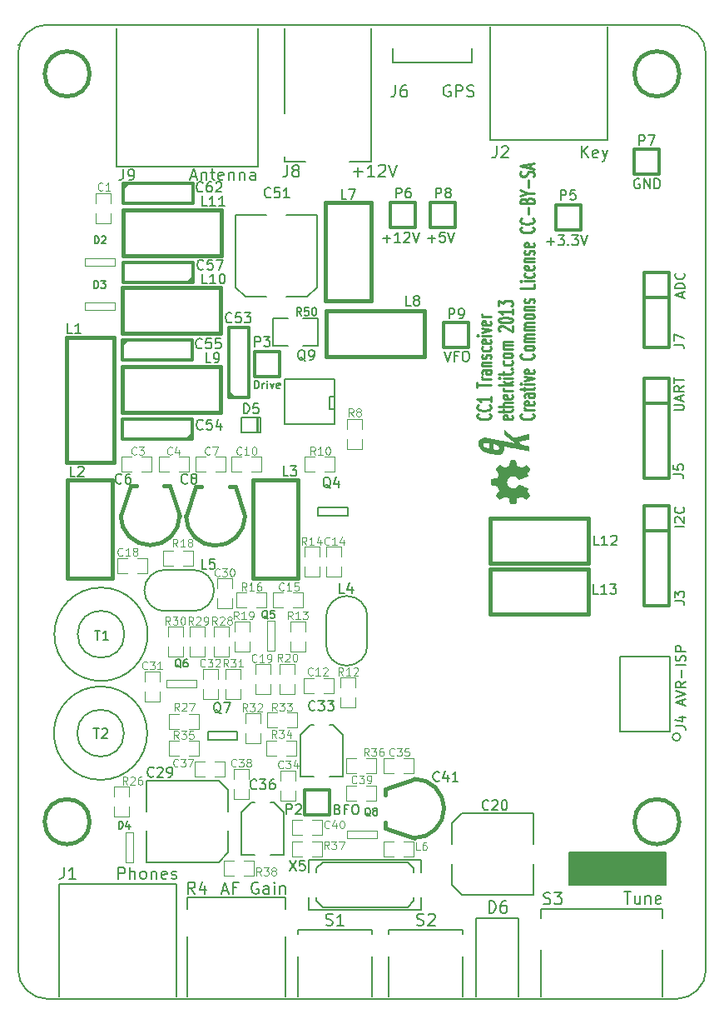
<source format=gto>
G04 (created by PCBNEW (2012-nov-02)-testing) date Wed 09 Jan 2013 07:50:11 PM PST*
%MOIN*%
G04 Gerber Fmt 3.4, Leading zero omitted, Abs format*
%FSLAX34Y34*%
G01*
G70*
G90*
G04 APERTURE LIST*
%ADD10C,0.006*%
%ADD11C,0.00885827*%
%ADD12C,0.00590551*%
%ADD13C,0.015*%
%ADD14C,0.0047*%
%ADD15C,0.00984252*%
%ADD16C,0.005*%
%ADD17C,0.012*%
%ADD18C,0.0125*%
%ADD19C,0.008*%
%ADD20C,0.0039*%
%ADD21C,0.0001*%
%ADD22C,0.00787402*%
%ADD23C,0.0051*%
%ADD24C,0.00472441*%
G04 APERTURE END LIST*
G54D10*
G54D11*
X58261Y-35658D02*
X58287Y-35674D01*
X58313Y-35725D01*
X58313Y-35759D01*
X58287Y-35809D01*
X58234Y-35843D01*
X58182Y-35860D01*
X58077Y-35877D01*
X57998Y-35877D01*
X57893Y-35860D01*
X57841Y-35843D01*
X57788Y-35809D01*
X57762Y-35759D01*
X57762Y-35725D01*
X57788Y-35674D01*
X57814Y-35658D01*
X58261Y-35303D02*
X58287Y-35320D01*
X58313Y-35371D01*
X58313Y-35404D01*
X58287Y-35455D01*
X58234Y-35489D01*
X58182Y-35506D01*
X58077Y-35523D01*
X57998Y-35523D01*
X57893Y-35506D01*
X57841Y-35489D01*
X57788Y-35455D01*
X57762Y-35404D01*
X57762Y-35371D01*
X57788Y-35320D01*
X57814Y-35303D01*
X58313Y-34966D02*
X58313Y-35168D01*
X58313Y-35067D02*
X57762Y-35067D01*
X57841Y-35101D01*
X57893Y-35134D01*
X57919Y-35168D01*
X57762Y-34595D02*
X57762Y-34392D01*
X58313Y-34493D02*
X57762Y-34493D01*
X58313Y-34274D02*
X57946Y-34274D01*
X58051Y-34274D02*
X57998Y-34257D01*
X57972Y-34240D01*
X57946Y-34206D01*
X57946Y-34173D01*
X58313Y-33903D02*
X58024Y-33903D01*
X57972Y-33920D01*
X57946Y-33953D01*
X57946Y-34021D01*
X57972Y-34055D01*
X58287Y-33903D02*
X58313Y-33937D01*
X58313Y-34021D01*
X58287Y-34055D01*
X58234Y-34071D01*
X58182Y-34071D01*
X58129Y-34055D01*
X58103Y-34021D01*
X58103Y-33937D01*
X58077Y-33903D01*
X57946Y-33734D02*
X58313Y-33734D01*
X57998Y-33734D02*
X57972Y-33717D01*
X57946Y-33683D01*
X57946Y-33633D01*
X57972Y-33599D01*
X58024Y-33582D01*
X58313Y-33582D01*
X58287Y-33430D02*
X58313Y-33397D01*
X58313Y-33329D01*
X58287Y-33295D01*
X58234Y-33278D01*
X58208Y-33278D01*
X58156Y-33295D01*
X58129Y-33329D01*
X58129Y-33380D01*
X58103Y-33413D01*
X58051Y-33430D01*
X58024Y-33430D01*
X57972Y-33413D01*
X57946Y-33380D01*
X57946Y-33329D01*
X57972Y-33295D01*
X58287Y-32975D02*
X58313Y-33008D01*
X58313Y-33076D01*
X58287Y-33110D01*
X58261Y-33127D01*
X58208Y-33143D01*
X58051Y-33143D01*
X57998Y-33127D01*
X57972Y-33110D01*
X57946Y-33076D01*
X57946Y-33008D01*
X57972Y-32975D01*
X58287Y-32688D02*
X58313Y-32722D01*
X58313Y-32789D01*
X58287Y-32823D01*
X58234Y-32840D01*
X58024Y-32840D01*
X57972Y-32823D01*
X57946Y-32789D01*
X57946Y-32722D01*
X57972Y-32688D01*
X58024Y-32671D01*
X58077Y-32671D01*
X58129Y-32840D01*
X58313Y-32519D02*
X57946Y-32519D01*
X57762Y-32519D02*
X57788Y-32536D01*
X57814Y-32519D01*
X57788Y-32502D01*
X57762Y-32519D01*
X57814Y-32519D01*
X57946Y-32384D02*
X58313Y-32300D01*
X57946Y-32215D01*
X58287Y-31946D02*
X58313Y-31979D01*
X58313Y-32047D01*
X58287Y-32080D01*
X58234Y-32097D01*
X58024Y-32097D01*
X57972Y-32080D01*
X57946Y-32047D01*
X57946Y-31979D01*
X57972Y-31946D01*
X58024Y-31929D01*
X58077Y-31929D01*
X58129Y-32097D01*
X58313Y-31777D02*
X57946Y-31777D01*
X58051Y-31777D02*
X57998Y-31760D01*
X57972Y-31743D01*
X57946Y-31709D01*
X57946Y-31676D01*
X59147Y-35725D02*
X59173Y-35759D01*
X59173Y-35826D01*
X59147Y-35860D01*
X59095Y-35877D01*
X58885Y-35877D01*
X58832Y-35860D01*
X58806Y-35826D01*
X58806Y-35759D01*
X58832Y-35725D01*
X58885Y-35708D01*
X58937Y-35708D01*
X58990Y-35877D01*
X58806Y-35607D02*
X58806Y-35472D01*
X58622Y-35556D02*
X59095Y-35556D01*
X59147Y-35539D01*
X59173Y-35506D01*
X59173Y-35472D01*
X59173Y-35354D02*
X58622Y-35354D01*
X59173Y-35202D02*
X58885Y-35202D01*
X58832Y-35219D01*
X58806Y-35253D01*
X58806Y-35303D01*
X58832Y-35337D01*
X58858Y-35354D01*
X59147Y-34898D02*
X59173Y-34932D01*
X59173Y-34999D01*
X59147Y-35033D01*
X59095Y-35050D01*
X58885Y-35050D01*
X58832Y-35033D01*
X58806Y-34999D01*
X58806Y-34932D01*
X58832Y-34898D01*
X58885Y-34881D01*
X58937Y-34881D01*
X58990Y-35050D01*
X59173Y-34730D02*
X58806Y-34730D01*
X58911Y-34730D02*
X58858Y-34713D01*
X58832Y-34696D01*
X58806Y-34662D01*
X58806Y-34628D01*
X59173Y-34510D02*
X58622Y-34510D01*
X58963Y-34476D02*
X59173Y-34375D01*
X58806Y-34375D02*
X59016Y-34510D01*
X59173Y-34223D02*
X58806Y-34223D01*
X58622Y-34223D02*
X58648Y-34240D01*
X58675Y-34223D01*
X58648Y-34206D01*
X58622Y-34223D01*
X58675Y-34223D01*
X58806Y-34105D02*
X58806Y-33970D01*
X58622Y-34055D02*
X59095Y-34055D01*
X59147Y-34038D01*
X59173Y-34004D01*
X59173Y-33970D01*
X59121Y-33852D02*
X59147Y-33835D01*
X59173Y-33852D01*
X59147Y-33869D01*
X59121Y-33852D01*
X59173Y-33852D01*
X59147Y-33532D02*
X59173Y-33565D01*
X59173Y-33633D01*
X59147Y-33667D01*
X59121Y-33683D01*
X59068Y-33700D01*
X58911Y-33700D01*
X58858Y-33683D01*
X58832Y-33667D01*
X58806Y-33633D01*
X58806Y-33565D01*
X58832Y-33532D01*
X59173Y-33329D02*
X59147Y-33363D01*
X59121Y-33380D01*
X59068Y-33397D01*
X58911Y-33397D01*
X58858Y-33380D01*
X58832Y-33363D01*
X58806Y-33329D01*
X58806Y-33278D01*
X58832Y-33245D01*
X58858Y-33228D01*
X58911Y-33211D01*
X59068Y-33211D01*
X59121Y-33228D01*
X59147Y-33245D01*
X59173Y-33278D01*
X59173Y-33329D01*
X59173Y-33059D02*
X58806Y-33059D01*
X58858Y-33059D02*
X58832Y-33042D01*
X58806Y-33008D01*
X58806Y-32958D01*
X58832Y-32924D01*
X58885Y-32907D01*
X59173Y-32907D01*
X58885Y-32907D02*
X58832Y-32890D01*
X58806Y-32857D01*
X58806Y-32806D01*
X58832Y-32772D01*
X58885Y-32755D01*
X59173Y-32755D01*
X58675Y-32334D02*
X58648Y-32317D01*
X58622Y-32283D01*
X58622Y-32199D01*
X58648Y-32165D01*
X58675Y-32148D01*
X58727Y-32131D01*
X58780Y-32131D01*
X58858Y-32148D01*
X59173Y-32350D01*
X59173Y-32131D01*
X58622Y-31912D02*
X58622Y-31878D01*
X58648Y-31844D01*
X58675Y-31827D01*
X58727Y-31811D01*
X58832Y-31794D01*
X58963Y-31794D01*
X59068Y-31811D01*
X59121Y-31827D01*
X59147Y-31844D01*
X59173Y-31878D01*
X59173Y-31912D01*
X59147Y-31946D01*
X59121Y-31962D01*
X59068Y-31979D01*
X58963Y-31996D01*
X58832Y-31996D01*
X58727Y-31979D01*
X58675Y-31962D01*
X58648Y-31946D01*
X58622Y-31912D01*
X59173Y-31456D02*
X59173Y-31659D01*
X59173Y-31557D02*
X58622Y-31557D01*
X58701Y-31591D01*
X58753Y-31625D01*
X58780Y-31659D01*
X58622Y-31338D02*
X58622Y-31119D01*
X58832Y-31237D01*
X58832Y-31186D01*
X58858Y-31152D01*
X58885Y-31136D01*
X58937Y-31119D01*
X59068Y-31119D01*
X59121Y-31136D01*
X59147Y-31152D01*
X59173Y-31186D01*
X59173Y-31287D01*
X59147Y-31321D01*
X59121Y-31338D01*
X59981Y-35658D02*
X60007Y-35674D01*
X60034Y-35725D01*
X60034Y-35759D01*
X60007Y-35809D01*
X59955Y-35843D01*
X59902Y-35860D01*
X59797Y-35877D01*
X59719Y-35877D01*
X59614Y-35860D01*
X59561Y-35843D01*
X59509Y-35809D01*
X59482Y-35759D01*
X59482Y-35725D01*
X59509Y-35674D01*
X59535Y-35658D01*
X60034Y-35506D02*
X59666Y-35506D01*
X59771Y-35506D02*
X59719Y-35489D01*
X59692Y-35472D01*
X59666Y-35438D01*
X59666Y-35404D01*
X60007Y-35151D02*
X60034Y-35185D01*
X60034Y-35253D01*
X60007Y-35286D01*
X59955Y-35303D01*
X59745Y-35303D01*
X59692Y-35286D01*
X59666Y-35253D01*
X59666Y-35185D01*
X59692Y-35151D01*
X59745Y-35134D01*
X59797Y-35134D01*
X59850Y-35303D01*
X60034Y-34831D02*
X59745Y-34831D01*
X59692Y-34848D01*
X59666Y-34881D01*
X59666Y-34949D01*
X59692Y-34983D01*
X60007Y-34831D02*
X60034Y-34865D01*
X60034Y-34949D01*
X60007Y-34983D01*
X59955Y-34999D01*
X59902Y-34999D01*
X59850Y-34983D01*
X59824Y-34949D01*
X59824Y-34865D01*
X59797Y-34831D01*
X59666Y-34713D02*
X59666Y-34578D01*
X59482Y-34662D02*
X59955Y-34662D01*
X60007Y-34645D01*
X60034Y-34611D01*
X60034Y-34578D01*
X60034Y-34460D02*
X59666Y-34460D01*
X59482Y-34460D02*
X59509Y-34476D01*
X59535Y-34460D01*
X59509Y-34443D01*
X59482Y-34460D01*
X59535Y-34460D01*
X59666Y-34325D02*
X60034Y-34240D01*
X59666Y-34156D01*
X60007Y-33886D02*
X60034Y-33920D01*
X60034Y-33987D01*
X60007Y-34021D01*
X59955Y-34038D01*
X59745Y-34038D01*
X59692Y-34021D01*
X59666Y-33987D01*
X59666Y-33920D01*
X59692Y-33886D01*
X59745Y-33869D01*
X59797Y-33869D01*
X59850Y-34038D01*
X59981Y-33245D02*
X60007Y-33262D01*
X60034Y-33312D01*
X60034Y-33346D01*
X60007Y-33397D01*
X59955Y-33430D01*
X59902Y-33447D01*
X59797Y-33464D01*
X59719Y-33464D01*
X59614Y-33447D01*
X59561Y-33430D01*
X59509Y-33397D01*
X59482Y-33346D01*
X59482Y-33312D01*
X59509Y-33262D01*
X59535Y-33245D01*
X60034Y-33042D02*
X60007Y-33076D01*
X59981Y-33093D01*
X59929Y-33110D01*
X59771Y-33110D01*
X59719Y-33093D01*
X59692Y-33076D01*
X59666Y-33042D01*
X59666Y-32992D01*
X59692Y-32958D01*
X59719Y-32941D01*
X59771Y-32924D01*
X59929Y-32924D01*
X59981Y-32941D01*
X60007Y-32958D01*
X60034Y-32992D01*
X60034Y-33042D01*
X60034Y-32772D02*
X59666Y-32772D01*
X59719Y-32772D02*
X59692Y-32755D01*
X59666Y-32722D01*
X59666Y-32671D01*
X59692Y-32637D01*
X59745Y-32620D01*
X60034Y-32620D01*
X59745Y-32620D02*
X59692Y-32604D01*
X59666Y-32570D01*
X59666Y-32519D01*
X59692Y-32485D01*
X59745Y-32469D01*
X60034Y-32469D01*
X60034Y-32300D02*
X59666Y-32300D01*
X59719Y-32300D02*
X59692Y-32283D01*
X59666Y-32249D01*
X59666Y-32199D01*
X59692Y-32165D01*
X59745Y-32148D01*
X60034Y-32148D01*
X59745Y-32148D02*
X59692Y-32131D01*
X59666Y-32097D01*
X59666Y-32047D01*
X59692Y-32013D01*
X59745Y-31996D01*
X60034Y-31996D01*
X60034Y-31777D02*
X60007Y-31811D01*
X59981Y-31827D01*
X59929Y-31844D01*
X59771Y-31844D01*
X59719Y-31827D01*
X59692Y-31811D01*
X59666Y-31777D01*
X59666Y-31726D01*
X59692Y-31692D01*
X59719Y-31676D01*
X59771Y-31659D01*
X59929Y-31659D01*
X59981Y-31676D01*
X60007Y-31692D01*
X60034Y-31726D01*
X60034Y-31777D01*
X59666Y-31507D02*
X60034Y-31507D01*
X59719Y-31507D02*
X59692Y-31490D01*
X59666Y-31456D01*
X59666Y-31406D01*
X59692Y-31372D01*
X59745Y-31355D01*
X60034Y-31355D01*
X60007Y-31203D02*
X60034Y-31169D01*
X60034Y-31102D01*
X60007Y-31068D01*
X59955Y-31051D01*
X59929Y-31051D01*
X59876Y-31068D01*
X59850Y-31102D01*
X59850Y-31152D01*
X59824Y-31186D01*
X59771Y-31203D01*
X59745Y-31203D01*
X59692Y-31186D01*
X59666Y-31152D01*
X59666Y-31102D01*
X59692Y-31068D01*
X60034Y-30461D02*
X60034Y-30629D01*
X59482Y-30629D01*
X60034Y-30343D02*
X59666Y-30343D01*
X59482Y-30343D02*
X59509Y-30359D01*
X59535Y-30343D01*
X59509Y-30326D01*
X59482Y-30343D01*
X59535Y-30343D01*
X60007Y-30022D02*
X60034Y-30056D01*
X60034Y-30123D01*
X60007Y-30157D01*
X59981Y-30174D01*
X59929Y-30191D01*
X59771Y-30191D01*
X59719Y-30174D01*
X59692Y-30157D01*
X59666Y-30123D01*
X59666Y-30056D01*
X59692Y-30022D01*
X60007Y-29735D02*
X60034Y-29769D01*
X60034Y-29836D01*
X60007Y-29870D01*
X59955Y-29887D01*
X59745Y-29887D01*
X59692Y-29870D01*
X59666Y-29836D01*
X59666Y-29769D01*
X59692Y-29735D01*
X59745Y-29718D01*
X59797Y-29718D01*
X59850Y-29887D01*
X59666Y-29566D02*
X60034Y-29566D01*
X59719Y-29566D02*
X59692Y-29550D01*
X59666Y-29516D01*
X59666Y-29465D01*
X59692Y-29431D01*
X59745Y-29415D01*
X60034Y-29415D01*
X60007Y-29263D02*
X60034Y-29229D01*
X60034Y-29161D01*
X60007Y-29128D01*
X59955Y-29111D01*
X59929Y-29111D01*
X59876Y-29128D01*
X59850Y-29161D01*
X59850Y-29212D01*
X59824Y-29246D01*
X59771Y-29263D01*
X59745Y-29263D01*
X59692Y-29246D01*
X59666Y-29212D01*
X59666Y-29161D01*
X59692Y-29128D01*
X60007Y-28824D02*
X60034Y-28858D01*
X60034Y-28925D01*
X60007Y-28959D01*
X59955Y-28976D01*
X59745Y-28976D01*
X59692Y-28959D01*
X59666Y-28925D01*
X59666Y-28858D01*
X59692Y-28824D01*
X59745Y-28807D01*
X59797Y-28807D01*
X59850Y-28976D01*
X59981Y-28183D02*
X60007Y-28200D01*
X60034Y-28250D01*
X60034Y-28284D01*
X60007Y-28335D01*
X59955Y-28368D01*
X59902Y-28385D01*
X59797Y-28402D01*
X59719Y-28402D01*
X59614Y-28385D01*
X59561Y-28368D01*
X59509Y-28335D01*
X59482Y-28284D01*
X59482Y-28250D01*
X59509Y-28200D01*
X59535Y-28183D01*
X59981Y-27829D02*
X60007Y-27845D01*
X60034Y-27896D01*
X60034Y-27930D01*
X60007Y-27980D01*
X59955Y-28014D01*
X59902Y-28031D01*
X59797Y-28048D01*
X59719Y-28048D01*
X59614Y-28031D01*
X59561Y-28014D01*
X59509Y-27980D01*
X59482Y-27930D01*
X59482Y-27896D01*
X59509Y-27845D01*
X59535Y-27829D01*
X59824Y-27677D02*
X59824Y-27407D01*
X59745Y-27120D02*
X59771Y-27069D01*
X59797Y-27052D01*
X59850Y-27035D01*
X59929Y-27035D01*
X59981Y-27052D01*
X60007Y-27069D01*
X60034Y-27103D01*
X60034Y-27238D01*
X59482Y-27238D01*
X59482Y-27120D01*
X59509Y-27086D01*
X59535Y-27069D01*
X59587Y-27052D01*
X59640Y-27052D01*
X59692Y-27069D01*
X59719Y-27086D01*
X59745Y-27120D01*
X59745Y-27238D01*
X59771Y-26816D02*
X60034Y-26816D01*
X59482Y-26934D02*
X59771Y-26816D01*
X59482Y-26698D01*
X59824Y-26580D02*
X59824Y-26310D01*
X60007Y-26158D02*
X60034Y-26107D01*
X60034Y-26023D01*
X60007Y-25989D01*
X59981Y-25973D01*
X59929Y-25956D01*
X59876Y-25956D01*
X59824Y-25973D01*
X59797Y-25989D01*
X59771Y-26023D01*
X59745Y-26091D01*
X59719Y-26124D01*
X59692Y-26141D01*
X59640Y-26158D01*
X59587Y-26158D01*
X59535Y-26141D01*
X59509Y-26124D01*
X59482Y-26091D01*
X59482Y-26006D01*
X59509Y-25956D01*
X59876Y-25821D02*
X59876Y-25652D01*
X60034Y-25854D02*
X59482Y-25736D01*
X60034Y-25618D01*
G54D12*
X65748Y-59055D02*
G75*
G03X66929Y-57874I0J1181D01*
G74*
G01*
X39370Y-57874D02*
G75*
G03X40551Y-59055I1181J0D01*
G74*
G01*
X40551Y-20078D02*
G75*
G03X39370Y-21259I0J-1181D01*
G74*
G01*
X66929Y-21259D02*
G75*
G03X65748Y-20078I-1181J0D01*
G74*
G01*
X40551Y-20078D02*
X65748Y-20078D01*
X40551Y-59055D02*
X65748Y-59055D01*
X66929Y-57874D02*
X66929Y-21259D01*
X39370Y-20866D02*
X39370Y-20885D01*
X39370Y-57874D02*
X39370Y-21259D01*
G54D13*
X54074Y-52224D02*
X54074Y-51988D01*
X54074Y-50650D02*
X54074Y-50886D01*
X54074Y-50650D02*
X55255Y-50256D01*
X54074Y-52224D02*
X55255Y-52618D01*
X56436Y-51437D02*
G75*
G03X55255Y-50256I-1181J0D01*
G74*
G01*
X55255Y-52618D02*
G75*
G03X56436Y-51437I0J1181D01*
G74*
G01*
X43878Y-38543D02*
X44114Y-38543D01*
X45452Y-38543D02*
X45216Y-38543D01*
X45452Y-38543D02*
X45846Y-39724D01*
X43878Y-38543D02*
X43484Y-39724D01*
X44665Y-40905D02*
G75*
G03X45846Y-39724I0J1181D01*
G74*
G01*
X43484Y-39724D02*
G75*
G03X44665Y-40905I1181J0D01*
G74*
G01*
X46496Y-38563D02*
X46732Y-38563D01*
X48070Y-38563D02*
X47834Y-38563D01*
X48070Y-38563D02*
X48464Y-39744D01*
X46496Y-38563D02*
X46102Y-39744D01*
X47283Y-40925D02*
G75*
G03X48464Y-39744I0J1181D01*
G74*
G01*
X46102Y-39744D02*
G75*
G03X47283Y-40925I1181J0D01*
G74*
G01*
X43216Y-32578D02*
X41311Y-32578D01*
X41311Y-32578D02*
X41311Y-37578D01*
X41311Y-37578D02*
X43216Y-37578D01*
X43216Y-37578D02*
X43216Y-32578D01*
X58287Y-39822D02*
X58287Y-41634D01*
X58287Y-41634D02*
X62224Y-41634D01*
X62224Y-41634D02*
X62224Y-39822D01*
X62224Y-39822D02*
X58287Y-39822D01*
X55639Y-33346D02*
X55639Y-31534D01*
X55639Y-31534D02*
X51702Y-31534D01*
X51702Y-31534D02*
X51702Y-33346D01*
X51702Y-33346D02*
X55639Y-33346D01*
X53504Y-27204D02*
X51692Y-27204D01*
X51692Y-27204D02*
X51692Y-31141D01*
X51692Y-31141D02*
X53504Y-31141D01*
X53504Y-31141D02*
X53504Y-27204D01*
X62224Y-43661D02*
X62224Y-41849D01*
X62224Y-41849D02*
X58287Y-41849D01*
X58287Y-41849D02*
X58287Y-43661D01*
X58287Y-43661D02*
X62224Y-43661D01*
X43562Y-33769D02*
X43562Y-35581D01*
X43562Y-35581D02*
X47499Y-35581D01*
X47499Y-35581D02*
X47499Y-33769D01*
X47499Y-33769D02*
X43562Y-33769D01*
X47490Y-32421D02*
X47490Y-30609D01*
X47490Y-30609D02*
X43553Y-30609D01*
X43553Y-30609D02*
X43553Y-32421D01*
X43553Y-32421D02*
X47490Y-32421D01*
X50591Y-38307D02*
X48779Y-38307D01*
X48779Y-38307D02*
X48779Y-42244D01*
X48779Y-42244D02*
X50591Y-42244D01*
X50591Y-42244D02*
X50591Y-38307D01*
X43592Y-27499D02*
X43592Y-29311D01*
X43592Y-29311D02*
X47529Y-29311D01*
X47529Y-29311D02*
X47529Y-27499D01*
X47529Y-27499D02*
X43592Y-27499D01*
X43150Y-38307D02*
X41338Y-38307D01*
X41338Y-38307D02*
X41338Y-42244D01*
X41338Y-42244D02*
X43150Y-42244D01*
X43150Y-42244D02*
X43150Y-38307D01*
G54D12*
X43614Y-48425D02*
G75*
G03X43614Y-48425I-937J0D01*
G74*
G01*
X44547Y-48425D02*
G75*
G03X44547Y-48425I-1870J0D01*
G74*
G01*
X43633Y-44468D02*
G75*
G03X43633Y-44468I-937J0D01*
G74*
G01*
X44566Y-44468D02*
G75*
G03X44566Y-44468I-1870J0D01*
G74*
G01*
X41003Y-58976D02*
X41003Y-54448D01*
X41003Y-54448D02*
X45728Y-54448D01*
X45728Y-54448D02*
X45728Y-58976D01*
X62992Y-20157D02*
X62992Y-24685D01*
X62992Y-24685D02*
X58267Y-24685D01*
X58267Y-24685D02*
X58267Y-20157D01*
X57732Y-58976D02*
X57732Y-55814D01*
X57732Y-55814D02*
X59433Y-55814D01*
X59433Y-55814D02*
X59433Y-58976D01*
G54D14*
X49338Y-45127D02*
X49338Y-43927D01*
X49338Y-43927D02*
X49638Y-43927D01*
X49638Y-43927D02*
X49638Y-45127D01*
X49638Y-45127D02*
X49338Y-45127D01*
X45325Y-46306D02*
X46525Y-46306D01*
X46525Y-46306D02*
X46525Y-46606D01*
X46525Y-46606D02*
X45325Y-46606D01*
X45325Y-46606D02*
X45325Y-46306D01*
X52549Y-52330D02*
X53749Y-52330D01*
X53749Y-52330D02*
X53749Y-52630D01*
X53749Y-52630D02*
X52549Y-52630D01*
X52549Y-52630D02*
X52549Y-52330D01*
X43237Y-29736D02*
X42037Y-29736D01*
X42037Y-29736D02*
X42037Y-29436D01*
X42037Y-29436D02*
X43237Y-29436D01*
X43237Y-29436D02*
X43237Y-29736D01*
X42037Y-31208D02*
X43237Y-31208D01*
X43237Y-31208D02*
X43237Y-31508D01*
X43237Y-31508D02*
X42037Y-31508D01*
X42037Y-31508D02*
X42037Y-31208D01*
X43668Y-53592D02*
X43668Y-52392D01*
X43668Y-52392D02*
X43968Y-52392D01*
X43968Y-52392D02*
X43968Y-53592D01*
X43968Y-53592D02*
X43668Y-53592D01*
G54D12*
X51397Y-39744D02*
X52578Y-39744D01*
X52578Y-39744D02*
X52578Y-39409D01*
X52578Y-39409D02*
X51397Y-39409D01*
X51397Y-39409D02*
X51397Y-39744D01*
X46968Y-48681D02*
X48149Y-48681D01*
X48149Y-48681D02*
X48149Y-48346D01*
X48149Y-48346D02*
X46968Y-48346D01*
X46968Y-48346D02*
X46968Y-48681D01*
G54D15*
X48944Y-35807D02*
X48944Y-36377D01*
G54D12*
X48307Y-36397D02*
X48307Y-35787D01*
X48307Y-35787D02*
X49094Y-35787D01*
X49094Y-35787D02*
X49094Y-36397D01*
X49094Y-36397D02*
X48307Y-36397D01*
G54D16*
X52043Y-36057D02*
X50043Y-36057D01*
X50043Y-36057D02*
X50043Y-34257D01*
X50043Y-34257D02*
X52043Y-34257D01*
X52043Y-34257D02*
X52043Y-36057D01*
X52043Y-35457D02*
X51843Y-35457D01*
X51843Y-35457D02*
X51843Y-34957D01*
X51843Y-34957D02*
X52043Y-34957D01*
G54D17*
X65460Y-34220D02*
X65460Y-34220D01*
X64460Y-34220D02*
X65460Y-34220D01*
X65460Y-34220D02*
X65460Y-34220D01*
X65460Y-34220D02*
X65460Y-38220D01*
X65460Y-38220D02*
X64460Y-38220D01*
X64460Y-38220D02*
X64460Y-34220D01*
X64460Y-35220D02*
X65460Y-35220D01*
X65460Y-39338D02*
X65460Y-39338D01*
X64460Y-39338D02*
X65460Y-39338D01*
X65460Y-39338D02*
X65460Y-39338D01*
X65460Y-39338D02*
X65460Y-43338D01*
X65460Y-43338D02*
X64460Y-43338D01*
X64460Y-43338D02*
X64460Y-39338D01*
X64460Y-40338D02*
X65460Y-40338D01*
X64460Y-29996D02*
X65460Y-29996D01*
X65460Y-29996D02*
X65460Y-32996D01*
X65460Y-32996D02*
X64460Y-32996D01*
X64460Y-32996D02*
X64460Y-29996D01*
X65460Y-30996D02*
X64460Y-30996D01*
G54D18*
X48850Y-34161D02*
X49850Y-34161D01*
X48850Y-33161D02*
X49850Y-33161D01*
G54D17*
X48850Y-34161D02*
X48850Y-33161D01*
X49850Y-33161D02*
X49850Y-34161D01*
G54D18*
X60917Y-28295D02*
X61917Y-28295D01*
X60917Y-27295D02*
X61917Y-27295D01*
G54D17*
X60917Y-28295D02*
X60917Y-27295D01*
X61917Y-27295D02*
X61917Y-28295D01*
G54D18*
X56429Y-32980D02*
X57429Y-32980D01*
X56429Y-31980D02*
X57429Y-31980D01*
G54D17*
X56429Y-32980D02*
X56429Y-31980D01*
X57429Y-31980D02*
X57429Y-32980D01*
G54D18*
X50858Y-51681D02*
X51858Y-51681D01*
X50858Y-50681D02*
X51858Y-50681D01*
G54D17*
X50858Y-51681D02*
X50858Y-50681D01*
X51858Y-50681D02*
X51858Y-51681D01*
G54D18*
X55897Y-28196D02*
X56897Y-28196D01*
X55897Y-27196D02*
X56897Y-27196D01*
G54D17*
X55897Y-28196D02*
X55897Y-27196D01*
X56897Y-27196D02*
X56897Y-28196D01*
G54D18*
X64047Y-26051D02*
X65047Y-26051D01*
X64047Y-25051D02*
X65047Y-25051D01*
G54D17*
X64047Y-26051D02*
X64047Y-25051D01*
X65047Y-25051D02*
X65047Y-26051D01*
G54D18*
X54283Y-28196D02*
X55283Y-28196D01*
X54283Y-27196D02*
X55283Y-27196D01*
G54D17*
X54283Y-28196D02*
X54283Y-27196D01*
X55283Y-27196D02*
X55283Y-28196D01*
G54D12*
X46161Y-55472D02*
X46161Y-55000D01*
X46161Y-55000D02*
X50098Y-55000D01*
X50098Y-55000D02*
X50098Y-55472D01*
X50098Y-58976D02*
X50098Y-56555D01*
X46161Y-58976D02*
X46161Y-56555D01*
X54232Y-56456D02*
X54232Y-56299D01*
X54232Y-56299D02*
X57185Y-56299D01*
X57185Y-56299D02*
X57185Y-56456D01*
X57185Y-58976D02*
X57185Y-57362D01*
X54232Y-58976D02*
X54232Y-57362D01*
X50590Y-56456D02*
X50590Y-56299D01*
X50590Y-56299D02*
X53543Y-56299D01*
X53543Y-56299D02*
X53543Y-56456D01*
X53543Y-58976D02*
X53543Y-57362D01*
X50590Y-58976D02*
X50590Y-57362D01*
X57539Y-21023D02*
X57539Y-21594D01*
X57539Y-21594D02*
X54389Y-21594D01*
X54389Y-21594D02*
X54389Y-21023D01*
X60314Y-55826D02*
X60314Y-55472D01*
X60314Y-55472D02*
X65196Y-55472D01*
X65196Y-55472D02*
X65196Y-55826D01*
X65196Y-58976D02*
X65196Y-57106D01*
X60314Y-58976D02*
X60314Y-57106D01*
G54D17*
X46340Y-36669D02*
X43540Y-36669D01*
X43540Y-36669D02*
X43540Y-35869D01*
X43540Y-35869D02*
X46340Y-35869D01*
X46340Y-35869D02*
X46340Y-36669D01*
X46340Y-36469D02*
X46140Y-36669D01*
X43550Y-32700D02*
X46350Y-32700D01*
X46350Y-32700D02*
X46350Y-33500D01*
X46350Y-33500D02*
X43550Y-33500D01*
X43550Y-33500D02*
X43550Y-32700D01*
X43550Y-32900D02*
X43750Y-32700D01*
X46380Y-30380D02*
X43580Y-30380D01*
X43580Y-30380D02*
X43580Y-29580D01*
X43580Y-29580D02*
X46380Y-29580D01*
X46380Y-29580D02*
X46380Y-30380D01*
X46380Y-30180D02*
X46180Y-30380D01*
X43580Y-26430D02*
X46380Y-26430D01*
X46380Y-26430D02*
X46380Y-27230D01*
X46380Y-27230D02*
X43580Y-27230D01*
X43580Y-27230D02*
X43580Y-26430D01*
X43580Y-26630D02*
X43780Y-26430D01*
G54D12*
X53366Y-43759D02*
G75*
G03X52539Y-42933I-826J0D01*
G74*
G01*
X52539Y-42933D02*
G75*
G03X51712Y-43759I0J-826D01*
G74*
G01*
X53366Y-44901D02*
X53366Y-43759D01*
X51712Y-44901D02*
X51712Y-43759D01*
X51712Y-44901D02*
G75*
G03X52539Y-45728I826J0D01*
G74*
G01*
X52539Y-45728D02*
G75*
G03X53366Y-44901I0J826D01*
G74*
G01*
X45255Y-41889D02*
G75*
G03X44429Y-42716I0J-826D01*
G74*
G01*
X44429Y-42716D02*
G75*
G03X45255Y-43543I826J0D01*
G74*
G01*
X46397Y-41889D02*
X45255Y-41889D01*
X46397Y-43543D02*
X45255Y-43543D01*
X46397Y-43543D02*
G75*
G03X47224Y-42716I0J826D01*
G74*
G01*
X47224Y-42716D02*
G75*
G03X46397Y-41889I-826J0D01*
G74*
G01*
G54D19*
X51317Y-53838D02*
X51317Y-53988D01*
X51317Y-55138D02*
X51317Y-54988D01*
X55217Y-55138D02*
X55217Y-54988D01*
X55217Y-53838D02*
X55217Y-53988D01*
X55517Y-53488D02*
X55517Y-53988D01*
X55517Y-55488D02*
X55517Y-54988D01*
X51017Y-55488D02*
X51017Y-54988D01*
X51017Y-53488D02*
X51017Y-53988D01*
X51317Y-55138D02*
X51567Y-55388D01*
X51567Y-55388D02*
X54967Y-55388D01*
X54967Y-55388D02*
X55217Y-55138D01*
X55217Y-53838D02*
X54967Y-53588D01*
X54967Y-53588D02*
X51567Y-53588D01*
X51567Y-53588D02*
X51317Y-53838D01*
X55517Y-55488D02*
X51017Y-55488D01*
X51017Y-53488D02*
X55517Y-53488D01*
G54D12*
X65902Y-48578D02*
G75*
G03X65902Y-48578I-158J0D01*
G74*
G01*
G54D19*
X65488Y-45350D02*
X65488Y-48350D01*
X63488Y-48350D02*
X63488Y-45350D01*
X63488Y-45350D02*
X65488Y-45350D01*
X65488Y-48350D02*
X63488Y-48350D01*
G54D13*
X42238Y-22047D02*
G75*
G03X42238Y-22047I-900J0D01*
G74*
G01*
X65860Y-22047D02*
G75*
G03X65860Y-22047I-900J0D01*
G74*
G01*
X42238Y-51968D02*
G75*
G03X42238Y-51968I-900J0D01*
G74*
G01*
X65860Y-51968D02*
G75*
G03X65860Y-51968I-900J0D01*
G74*
G01*
G54D20*
X43823Y-51361D02*
X43823Y-51761D01*
X43823Y-51761D02*
X43223Y-51761D01*
X43223Y-51761D02*
X43223Y-51361D01*
X43223Y-50961D02*
X43223Y-50561D01*
X43223Y-50561D02*
X43823Y-50561D01*
X43823Y-50561D02*
X43823Y-50961D01*
X48292Y-46656D02*
X48292Y-47056D01*
X48292Y-47056D02*
X47692Y-47056D01*
X47692Y-47056D02*
X47692Y-46656D01*
X47692Y-46256D02*
X47692Y-45856D01*
X47692Y-45856D02*
X48292Y-45856D01*
X48292Y-45856D02*
X48292Y-46256D01*
X45803Y-48252D02*
X45403Y-48252D01*
X45403Y-48252D02*
X45403Y-47652D01*
X45403Y-47652D02*
X45803Y-47652D01*
X46203Y-47652D02*
X46603Y-47652D01*
X46603Y-47652D02*
X46603Y-48252D01*
X46603Y-48252D02*
X46203Y-48252D01*
X45988Y-44963D02*
X45988Y-45363D01*
X45988Y-45363D02*
X45388Y-45363D01*
X45388Y-45363D02*
X45388Y-44963D01*
X45388Y-44563D02*
X45388Y-44163D01*
X45388Y-44163D02*
X45988Y-44163D01*
X45988Y-44163D02*
X45988Y-44563D01*
X45063Y-46755D02*
X45063Y-47155D01*
X45063Y-47155D02*
X44463Y-47155D01*
X44463Y-47155D02*
X44463Y-46755D01*
X44463Y-46355D02*
X44463Y-45955D01*
X44463Y-45955D02*
X45063Y-45955D01*
X45063Y-45955D02*
X45063Y-46355D01*
X46255Y-44563D02*
X46255Y-44163D01*
X46255Y-44163D02*
X46855Y-44163D01*
X46855Y-44163D02*
X46855Y-44563D01*
X46855Y-44963D02*
X46855Y-45363D01*
X46855Y-45363D02*
X46255Y-45363D01*
X46255Y-45363D02*
X46255Y-44963D01*
X47819Y-44963D02*
X47819Y-45363D01*
X47819Y-45363D02*
X47219Y-45363D01*
X47219Y-45363D02*
X47219Y-44963D01*
X47219Y-44563D02*
X47219Y-44163D01*
X47219Y-44163D02*
X47819Y-44163D01*
X47819Y-44163D02*
X47819Y-44563D01*
X47937Y-43034D02*
X47937Y-43434D01*
X47937Y-43434D02*
X47337Y-43434D01*
X47337Y-43434D02*
X47337Y-43034D01*
X47337Y-42634D02*
X47337Y-42234D01*
X47337Y-42234D02*
X47937Y-42234D01*
X47937Y-42234D02*
X47937Y-42634D01*
X47386Y-46656D02*
X47386Y-47056D01*
X47386Y-47056D02*
X46786Y-47056D01*
X46786Y-47056D02*
X46786Y-46656D01*
X46786Y-46256D02*
X46786Y-45856D01*
X46786Y-45856D02*
X47386Y-45856D01*
X47386Y-45856D02*
X47386Y-46256D01*
X46203Y-48715D02*
X46603Y-48715D01*
X46603Y-48715D02*
X46603Y-49315D01*
X46603Y-49315D02*
X46203Y-49315D01*
X45803Y-49315D02*
X45403Y-49315D01*
X45403Y-49315D02*
X45403Y-48715D01*
X45403Y-48715D02*
X45803Y-48715D01*
X50140Y-47593D02*
X50540Y-47593D01*
X50540Y-47593D02*
X50540Y-48193D01*
X50540Y-48193D02*
X50140Y-48193D01*
X49740Y-48193D02*
X49340Y-48193D01*
X49340Y-48193D02*
X49340Y-47593D01*
X49340Y-47593D02*
X49740Y-47593D01*
X48607Y-50652D02*
X48607Y-51052D01*
X48607Y-51052D02*
X48007Y-51052D01*
X48007Y-51052D02*
X48007Y-50652D01*
X48007Y-50252D02*
X48007Y-49852D01*
X48007Y-49852D02*
X48607Y-49852D01*
X48607Y-49852D02*
X48607Y-50252D01*
X47247Y-49562D02*
X47647Y-49562D01*
X47647Y-49562D02*
X47647Y-50162D01*
X47647Y-50162D02*
X47247Y-50162D01*
X46847Y-50162D02*
X46447Y-50162D01*
X46447Y-50162D02*
X46447Y-49562D01*
X46447Y-49562D02*
X46847Y-49562D01*
X51164Y-52751D02*
X51564Y-52751D01*
X51564Y-52751D02*
X51564Y-53351D01*
X51564Y-53351D02*
X51164Y-53351D01*
X50764Y-53351D02*
X50364Y-53351D01*
X50364Y-53351D02*
X50364Y-52751D01*
X50364Y-52751D02*
X50764Y-52751D01*
X50764Y-52504D02*
X50364Y-52504D01*
X50364Y-52504D02*
X50364Y-51904D01*
X50364Y-51904D02*
X50764Y-51904D01*
X51164Y-51904D02*
X51564Y-51904D01*
X51564Y-51904D02*
X51564Y-52504D01*
X51564Y-52504D02*
X51164Y-52504D01*
X52910Y-51126D02*
X52510Y-51126D01*
X52510Y-51126D02*
X52510Y-50526D01*
X52510Y-50526D02*
X52910Y-50526D01*
X53310Y-50526D02*
X53710Y-50526D01*
X53710Y-50526D02*
X53710Y-51126D01*
X53710Y-51126D02*
X53310Y-51126D01*
X48428Y-53538D02*
X48828Y-53538D01*
X48828Y-53538D02*
X48828Y-54138D01*
X48828Y-54138D02*
X48428Y-54138D01*
X48028Y-54138D02*
X47628Y-54138D01*
X47628Y-54138D02*
X47628Y-53538D01*
X47628Y-53538D02*
X48028Y-53538D01*
X49996Y-43410D02*
X49596Y-43410D01*
X49596Y-43410D02*
X49596Y-42810D01*
X49596Y-42810D02*
X49996Y-42810D01*
X50396Y-42810D02*
X50796Y-42810D01*
X50796Y-42810D02*
X50796Y-43410D01*
X50796Y-43410D02*
X50396Y-43410D01*
X42495Y-27240D02*
X42495Y-26840D01*
X42495Y-26840D02*
X43095Y-26840D01*
X43095Y-26840D02*
X43095Y-27240D01*
X43095Y-27640D02*
X43095Y-28040D01*
X43095Y-28040D02*
X42495Y-28040D01*
X42495Y-28040D02*
X42495Y-27640D01*
X43933Y-37977D02*
X43533Y-37977D01*
X43533Y-37977D02*
X43533Y-37377D01*
X43533Y-37377D02*
X43933Y-37377D01*
X44333Y-37377D02*
X44733Y-37377D01*
X44733Y-37377D02*
X44733Y-37977D01*
X44733Y-37977D02*
X44333Y-37977D01*
X45829Y-37377D02*
X46229Y-37377D01*
X46229Y-37377D02*
X46229Y-37977D01*
X46229Y-37977D02*
X45829Y-37977D01*
X45429Y-37977D02*
X45029Y-37977D01*
X45029Y-37977D02*
X45029Y-37377D01*
X45029Y-37377D02*
X45429Y-37377D01*
X46886Y-37977D02*
X46486Y-37977D01*
X46486Y-37977D02*
X46486Y-37377D01*
X46486Y-37377D02*
X46886Y-37377D01*
X47286Y-37377D02*
X47686Y-37377D01*
X47686Y-37377D02*
X47686Y-37977D01*
X47686Y-37977D02*
X47286Y-37977D01*
X48703Y-37377D02*
X49103Y-37377D01*
X49103Y-37377D02*
X49103Y-37977D01*
X49103Y-37977D02*
X48703Y-37977D01*
X48303Y-37977D02*
X47903Y-37977D01*
X47903Y-37977D02*
X47903Y-37377D01*
X47903Y-37377D02*
X48303Y-37377D01*
X51256Y-37977D02*
X50856Y-37977D01*
X50856Y-37977D02*
X50856Y-37377D01*
X50856Y-37377D02*
X51256Y-37377D01*
X51656Y-37377D02*
X52056Y-37377D01*
X52056Y-37377D02*
X52056Y-37977D01*
X52056Y-37977D02*
X51656Y-37977D01*
X50870Y-44747D02*
X50870Y-45147D01*
X50870Y-45147D02*
X50270Y-45147D01*
X50270Y-45147D02*
X50270Y-44747D01*
X50270Y-44347D02*
X50270Y-43947D01*
X50270Y-43947D02*
X50870Y-43947D01*
X50870Y-43947D02*
X50870Y-44347D01*
X50841Y-41374D02*
X50841Y-40974D01*
X50841Y-40974D02*
X51441Y-40974D01*
X51441Y-40974D02*
X51441Y-41374D01*
X51441Y-41774D02*
X51441Y-42174D01*
X51441Y-42174D02*
X50841Y-42174D01*
X50841Y-42174D02*
X50841Y-41774D01*
X52327Y-41774D02*
X52327Y-42174D01*
X52327Y-42174D02*
X51727Y-42174D01*
X51727Y-42174D02*
X51727Y-41774D01*
X51727Y-41374D02*
X51727Y-40974D01*
X51727Y-40974D02*
X52327Y-40974D01*
X52327Y-40974D02*
X52327Y-41374D01*
X52878Y-46991D02*
X52878Y-47391D01*
X52878Y-47391D02*
X52278Y-47391D01*
X52278Y-47391D02*
X52278Y-46991D01*
X52278Y-46591D02*
X52278Y-46191D01*
X52278Y-46191D02*
X52878Y-46191D01*
X52878Y-46191D02*
X52878Y-46591D01*
X50121Y-48715D02*
X50521Y-48715D01*
X50521Y-48715D02*
X50521Y-49315D01*
X50521Y-49315D02*
X50121Y-49315D01*
X49721Y-49315D02*
X49321Y-49315D01*
X49321Y-49315D02*
X49321Y-48715D01*
X49321Y-48715D02*
X49721Y-48715D01*
X53154Y-36676D02*
X53154Y-37076D01*
X53154Y-37076D02*
X52554Y-37076D01*
X52554Y-37076D02*
X52554Y-36676D01*
X52554Y-36276D02*
X52554Y-35876D01*
X52554Y-35876D02*
X53154Y-35876D01*
X53154Y-35876D02*
X53154Y-36276D01*
X51617Y-46215D02*
X52017Y-46215D01*
X52017Y-46215D02*
X52017Y-46815D01*
X52017Y-46815D02*
X51617Y-46815D01*
X51217Y-46815D02*
X50817Y-46815D01*
X50817Y-46815D02*
X50817Y-46215D01*
X50817Y-46215D02*
X51217Y-46215D01*
X48920Y-42810D02*
X49320Y-42810D01*
X49320Y-42810D02*
X49320Y-43410D01*
X49320Y-43410D02*
X48920Y-43410D01*
X48520Y-43410D02*
X48120Y-43410D01*
X48120Y-43410D02*
X48120Y-42810D01*
X48120Y-42810D02*
X48520Y-42810D01*
X49837Y-46059D02*
X49837Y-45659D01*
X49837Y-45659D02*
X50437Y-45659D01*
X50437Y-45659D02*
X50437Y-46059D01*
X50437Y-46459D02*
X50437Y-46859D01*
X50437Y-46859D02*
X49837Y-46859D01*
X49837Y-46859D02*
X49837Y-46459D01*
X49473Y-46459D02*
X49473Y-46859D01*
X49473Y-46859D02*
X48873Y-46859D01*
X48873Y-46859D02*
X48873Y-46459D01*
X48873Y-46059D02*
X48873Y-45659D01*
X48873Y-45659D02*
X49473Y-45659D01*
X49473Y-45659D02*
X49473Y-46059D01*
X48666Y-44747D02*
X48666Y-45147D01*
X48666Y-45147D02*
X48066Y-45147D01*
X48066Y-45147D02*
X48066Y-44747D01*
X48066Y-44347D02*
X48066Y-43947D01*
X48066Y-43947D02*
X48666Y-43947D01*
X48666Y-43947D02*
X48666Y-44347D01*
X45967Y-41137D02*
X46367Y-41137D01*
X46367Y-41137D02*
X46367Y-41737D01*
X46367Y-41737D02*
X45967Y-41737D01*
X45567Y-41737D02*
X45167Y-41737D01*
X45167Y-41737D02*
X45167Y-41137D01*
X45167Y-41137D02*
X45567Y-41137D01*
X44156Y-41432D02*
X44556Y-41432D01*
X44556Y-41432D02*
X44556Y-42032D01*
X44556Y-42032D02*
X44156Y-42032D01*
X43756Y-42032D02*
X43356Y-42032D01*
X43356Y-42032D02*
X43356Y-41432D01*
X43356Y-41432D02*
X43756Y-41432D01*
X52929Y-50044D02*
X52529Y-50044D01*
X52529Y-50044D02*
X52529Y-49444D01*
X52529Y-49444D02*
X52929Y-49444D01*
X53329Y-49444D02*
X53729Y-49444D01*
X53729Y-49444D02*
X53729Y-50044D01*
X53729Y-50044D02*
X53329Y-50044D01*
X54425Y-50044D02*
X54025Y-50044D01*
X54025Y-50044D02*
X54025Y-49444D01*
X54025Y-49444D02*
X54425Y-49444D01*
X54825Y-49444D02*
X55225Y-49444D01*
X55225Y-49444D02*
X55225Y-50044D01*
X55225Y-50044D02*
X54825Y-50044D01*
X54406Y-53370D02*
X54006Y-53370D01*
X54006Y-53370D02*
X54006Y-52770D01*
X54006Y-52770D02*
X54406Y-52770D01*
X54806Y-52770D02*
X55206Y-52770D01*
X55206Y-52770D02*
X55206Y-53370D01*
X55206Y-53370D02*
X54806Y-53370D01*
X50496Y-50711D02*
X50496Y-51111D01*
X50496Y-51111D02*
X49896Y-51111D01*
X49896Y-51111D02*
X49896Y-50711D01*
X49896Y-50311D02*
X49896Y-49911D01*
X49896Y-49911D02*
X50496Y-49911D01*
X50496Y-49911D02*
X50496Y-50311D01*
X48499Y-48028D02*
X48499Y-47628D01*
X48499Y-47628D02*
X49099Y-47628D01*
X49099Y-47628D02*
X49099Y-48028D01*
X49099Y-48428D02*
X49099Y-48828D01*
X49099Y-48828D02*
X48499Y-48828D01*
X48499Y-48828D02*
X48499Y-48428D01*
G54D12*
X47795Y-53188D02*
X47401Y-53582D01*
X47401Y-53582D02*
X44527Y-53582D01*
X47795Y-50708D02*
X47401Y-50314D01*
X47401Y-50314D02*
X44527Y-50314D01*
X47795Y-51555D02*
X47795Y-50708D01*
X47795Y-52342D02*
X47795Y-53188D01*
X44527Y-51555D02*
X44527Y-50314D01*
X44527Y-52342D02*
X44527Y-53582D01*
X48484Y-30974D02*
X48090Y-30580D01*
X48090Y-30580D02*
X48090Y-27706D01*
X50964Y-30974D02*
X51358Y-30580D01*
X51358Y-30580D02*
X51358Y-27706D01*
X50118Y-30974D02*
X50964Y-30974D01*
X49330Y-30974D02*
X48484Y-30974D01*
X50118Y-27706D02*
X51358Y-27706D01*
X49330Y-27706D02*
X48090Y-27706D01*
G54D16*
X50192Y-31812D02*
X49592Y-31812D01*
X49592Y-31812D02*
X49592Y-32912D01*
X49592Y-32912D02*
X50192Y-32912D01*
X50792Y-32912D02*
X51392Y-32912D01*
X51392Y-32912D02*
X51392Y-31812D01*
X51392Y-31812D02*
X50792Y-31812D01*
G54D17*
X47828Y-34982D02*
X47828Y-32182D01*
X47828Y-32182D02*
X48628Y-32182D01*
X48628Y-32182D02*
X48628Y-34982D01*
X48628Y-34982D02*
X47828Y-34982D01*
X48028Y-34982D02*
X47828Y-34782D01*
G54D12*
X56751Y-52027D02*
X57145Y-51633D01*
X57145Y-51633D02*
X60019Y-51633D01*
X56751Y-54507D02*
X57145Y-54901D01*
X57145Y-54901D02*
X60019Y-54901D01*
X56751Y-53661D02*
X56751Y-54507D01*
X56751Y-52874D02*
X56751Y-52027D01*
X60019Y-53661D02*
X60019Y-54901D01*
X60019Y-52874D02*
X60019Y-51633D01*
X48720Y-51200D02*
X48326Y-51594D01*
X48326Y-51594D02*
X48326Y-53287D01*
X49625Y-51200D02*
X50019Y-51594D01*
X50019Y-51594D02*
X50019Y-53287D01*
X48858Y-51200D02*
X48720Y-51200D01*
X49488Y-51200D02*
X49625Y-51200D01*
X48858Y-53287D02*
X48326Y-53287D01*
X49488Y-53287D02*
X50019Y-53287D01*
X51082Y-48090D02*
X50688Y-48484D01*
X50688Y-48484D02*
X50688Y-50177D01*
X51988Y-48090D02*
X52381Y-48484D01*
X52381Y-48484D02*
X52381Y-50177D01*
X51220Y-48090D02*
X51082Y-48090D01*
X51850Y-48090D02*
X51988Y-48090D01*
X51220Y-50177D02*
X50688Y-50177D01*
X51850Y-50177D02*
X52381Y-50177D01*
G54D21*
G36*
X59901Y-38916D02*
X59896Y-38907D01*
X59883Y-38886D01*
X59864Y-38857D01*
X59841Y-38822D01*
X59817Y-38788D01*
X59798Y-38759D01*
X59785Y-38739D01*
X59781Y-38731D01*
X59782Y-38726D01*
X59790Y-38710D01*
X59803Y-38686D01*
X59810Y-38672D01*
X59819Y-38650D01*
X59821Y-38639D01*
X59818Y-38637D01*
X59802Y-38629D01*
X59773Y-38617D01*
X59735Y-38600D01*
X59690Y-38581D01*
X59642Y-38561D01*
X59594Y-38540D01*
X59547Y-38521D01*
X59505Y-38504D01*
X59471Y-38490D01*
X59447Y-38481D01*
X59437Y-38478D01*
X59435Y-38479D01*
X59424Y-38490D01*
X59410Y-38509D01*
X59376Y-38550D01*
X59325Y-38591D01*
X59267Y-38616D01*
X59202Y-38625D01*
X59143Y-38618D01*
X59086Y-38594D01*
X59034Y-38554D01*
X58996Y-38505D01*
X58971Y-38449D01*
X58963Y-38385D01*
X58970Y-38324D01*
X58993Y-38266D01*
X59033Y-38214D01*
X59058Y-38192D01*
X59110Y-38162D01*
X59166Y-38145D01*
X59180Y-38143D01*
X59242Y-38146D01*
X59301Y-38164D01*
X59353Y-38196D01*
X59397Y-38241D01*
X59401Y-38247D01*
X59416Y-38268D01*
X59427Y-38282D01*
X59436Y-38293D01*
X59625Y-38215D01*
X59655Y-38202D01*
X59706Y-38181D01*
X59751Y-38162D01*
X59786Y-38146D01*
X59810Y-38136D01*
X59819Y-38131D01*
X59820Y-38131D01*
X59821Y-38124D01*
X59816Y-38110D01*
X59803Y-38083D01*
X59794Y-38066D01*
X59784Y-38046D01*
X59781Y-38037D01*
X59785Y-38029D01*
X59797Y-38010D01*
X59816Y-37982D01*
X59839Y-37948D01*
X59861Y-37916D01*
X59880Y-37887D01*
X59894Y-37865D01*
X59900Y-37855D01*
X59900Y-37853D01*
X59895Y-37844D01*
X59880Y-37827D01*
X59856Y-37801D01*
X59820Y-37765D01*
X59815Y-37759D01*
X59784Y-37729D01*
X59759Y-37705D01*
X59741Y-37689D01*
X59732Y-37683D01*
X59732Y-37683D01*
X59722Y-37688D01*
X59701Y-37702D01*
X59671Y-37721D01*
X59636Y-37745D01*
X59545Y-37808D01*
X59459Y-37773D01*
X59433Y-37763D01*
X59401Y-37749D01*
X59379Y-37739D01*
X59369Y-37734D01*
X59365Y-37725D01*
X59360Y-37702D01*
X59353Y-37668D01*
X59345Y-37627D01*
X59338Y-37588D01*
X59331Y-37554D01*
X59326Y-37528D01*
X59324Y-37517D01*
X59323Y-37514D01*
X59317Y-37512D01*
X59305Y-37511D01*
X59284Y-37510D01*
X59251Y-37509D01*
X59202Y-37509D01*
X59197Y-37509D01*
X59151Y-37510D01*
X59114Y-37510D01*
X59091Y-37512D01*
X59081Y-37513D01*
X59081Y-37513D01*
X59079Y-37524D01*
X59073Y-37549D01*
X59067Y-37584D01*
X59059Y-37625D01*
X59058Y-37628D01*
X59050Y-37669D01*
X59043Y-37704D01*
X59037Y-37728D01*
X59034Y-37739D01*
X59031Y-37741D01*
X59015Y-37749D01*
X58989Y-37761D01*
X58958Y-37775D01*
X58925Y-37788D01*
X58896Y-37800D01*
X58874Y-37808D01*
X58864Y-37810D01*
X58864Y-37810D01*
X58854Y-37804D01*
X58833Y-37790D01*
X58803Y-37770D01*
X58768Y-37745D01*
X58765Y-37744D01*
X58730Y-37720D01*
X58700Y-37700D01*
X58679Y-37688D01*
X58670Y-37683D01*
X58669Y-37683D01*
X58659Y-37691D01*
X58639Y-37709D01*
X58612Y-37734D01*
X58581Y-37765D01*
X58571Y-37775D01*
X58538Y-37809D01*
X58516Y-37832D01*
X58505Y-37847D01*
X58502Y-37854D01*
X58502Y-37854D01*
X58509Y-37865D01*
X58523Y-37887D01*
X58544Y-37917D01*
X58568Y-37953D01*
X58569Y-37955D01*
X58593Y-37990D01*
X58613Y-38019D01*
X58627Y-38040D01*
X58632Y-38049D01*
X58632Y-38051D01*
X58628Y-38065D01*
X58619Y-38090D01*
X58607Y-38120D01*
X58594Y-38153D01*
X58582Y-38182D01*
X58572Y-38204D01*
X58566Y-38215D01*
X58565Y-38215D01*
X58553Y-38219D01*
X58527Y-38225D01*
X58491Y-38232D01*
X58448Y-38240D01*
X58441Y-38242D01*
X58399Y-38250D01*
X58365Y-38256D01*
X58341Y-38261D01*
X58331Y-38264D01*
X58330Y-38270D01*
X58328Y-38290D01*
X58327Y-38321D01*
X58327Y-38359D01*
X58327Y-38398D01*
X58328Y-38437D01*
X58329Y-38470D01*
X58331Y-38493D01*
X58333Y-38503D01*
X58333Y-38504D01*
X58346Y-38507D01*
X58372Y-38513D01*
X58409Y-38520D01*
X58452Y-38529D01*
X58459Y-38530D01*
X58501Y-38538D01*
X58535Y-38545D01*
X58559Y-38550D01*
X58568Y-38553D01*
X58570Y-38556D01*
X58577Y-38574D01*
X58589Y-38602D01*
X58603Y-38636D01*
X58635Y-38716D01*
X58568Y-38815D01*
X58562Y-38824D01*
X58538Y-38859D01*
X58518Y-38888D01*
X58505Y-38908D01*
X58501Y-38917D01*
X58501Y-38917D01*
X58510Y-38927D01*
X58528Y-38947D01*
X58554Y-38973D01*
X58585Y-39004D01*
X58607Y-39027D01*
X58635Y-39054D01*
X58654Y-39072D01*
X58666Y-39081D01*
X58673Y-39084D01*
X58678Y-39083D01*
X58688Y-39077D01*
X58709Y-39063D01*
X58739Y-39042D01*
X58774Y-39018D01*
X58803Y-38999D01*
X58836Y-38977D01*
X58860Y-38963D01*
X58871Y-38959D01*
X58876Y-38960D01*
X58895Y-38967D01*
X58924Y-38978D01*
X58959Y-38993D01*
X59037Y-39027D01*
X59047Y-39078D01*
X59052Y-39109D01*
X59061Y-39153D01*
X59069Y-39194D01*
X59081Y-39259D01*
X59318Y-39261D01*
X59322Y-39251D01*
X59325Y-39241D01*
X59330Y-39217D01*
X59337Y-39183D01*
X59345Y-39143D01*
X59351Y-39109D01*
X59358Y-39074D01*
X59363Y-39049D01*
X59365Y-39038D01*
X59369Y-39035D01*
X59385Y-39027D01*
X59412Y-39014D01*
X59444Y-39001D01*
X59477Y-38987D01*
X59508Y-38975D01*
X59531Y-38966D01*
X59544Y-38963D01*
X59553Y-38968D01*
X59573Y-38981D01*
X59602Y-39000D01*
X59636Y-39023D01*
X59671Y-39047D01*
X59700Y-39067D01*
X59721Y-39080D01*
X59731Y-39086D01*
X59738Y-39083D01*
X59754Y-39070D01*
X59781Y-39044D01*
X59819Y-39005D01*
X59825Y-38999D01*
X59855Y-38968D01*
X59879Y-38942D01*
X59895Y-38924D01*
X59901Y-38916D01*
X59901Y-38916D01*
G37*
G36*
X59864Y-36562D02*
X59864Y-36546D01*
X59863Y-36496D01*
X59861Y-36463D01*
X59858Y-36451D01*
X59850Y-36453D01*
X59822Y-36460D01*
X59775Y-36473D01*
X59714Y-36489D01*
X59641Y-36509D01*
X59499Y-36548D01*
X59424Y-36569D01*
X59358Y-36586D01*
X59307Y-36600D01*
X59272Y-36609D01*
X59258Y-36612D01*
X59257Y-36612D01*
X59241Y-36601D01*
X59209Y-36578D01*
X59165Y-36544D01*
X59112Y-36502D01*
X59052Y-36454D01*
X58857Y-36296D01*
X58857Y-36498D01*
X59070Y-36664D01*
X59097Y-36686D01*
X59156Y-36732D01*
X59207Y-36772D01*
X59247Y-36804D01*
X59272Y-36824D01*
X59281Y-36832D01*
X59275Y-36831D01*
X59247Y-36826D01*
X59200Y-36817D01*
X59137Y-36805D01*
X59059Y-36790D01*
X58971Y-36773D01*
X58875Y-36754D01*
X58807Y-36741D01*
X58715Y-36722D01*
X58633Y-36706D01*
X58563Y-36693D01*
X58509Y-36683D01*
X58474Y-36676D01*
X58459Y-36674D01*
X58456Y-36674D01*
X58452Y-36679D01*
X58450Y-36694D01*
X58450Y-36724D01*
X58450Y-36774D01*
X58452Y-36874D01*
X58501Y-36884D01*
X58547Y-36895D01*
X58580Y-36911D01*
X58607Y-36934D01*
X58621Y-36950D01*
X58636Y-36978D01*
X58640Y-37013D01*
X58640Y-37015D01*
X58636Y-37043D01*
X58621Y-37066D01*
X58617Y-37070D01*
X58598Y-37085D01*
X58575Y-37091D01*
X58539Y-37088D01*
X58486Y-37079D01*
X58450Y-37071D01*
X58420Y-37065D01*
X58408Y-37063D01*
X58407Y-37057D01*
X58407Y-37031D01*
X58406Y-37002D01*
X58238Y-37002D01*
X58236Y-37022D01*
X58233Y-37029D01*
X58228Y-37030D01*
X58222Y-37028D01*
X58196Y-37022D01*
X58159Y-37014D01*
X58143Y-37010D01*
X58104Y-36999D01*
X58077Y-36988D01*
X58072Y-36985D01*
X58041Y-36957D01*
X58022Y-36919D01*
X58016Y-36878D01*
X58024Y-36843D01*
X58048Y-36818D01*
X58050Y-36817D01*
X58085Y-36810D01*
X58134Y-36812D01*
X58189Y-36821D01*
X58235Y-36832D01*
X58237Y-36932D01*
X58238Y-36965D01*
X58238Y-37002D01*
X58406Y-37002D01*
X58406Y-36987D01*
X58406Y-36930D01*
X58405Y-36862D01*
X58405Y-36662D01*
X58391Y-36658D01*
X58388Y-36657D01*
X58346Y-36648D01*
X58291Y-36638D01*
X58231Y-36627D01*
X58171Y-36616D01*
X58118Y-36608D01*
X58076Y-36602D01*
X58053Y-36599D01*
X58041Y-36600D01*
X57970Y-36614D01*
X57908Y-36649D01*
X57858Y-36699D01*
X57828Y-36762D01*
X57826Y-36769D01*
X57819Y-36816D01*
X57819Y-36871D01*
X57825Y-36920D01*
X57839Y-36967D01*
X57879Y-37039D01*
X57935Y-37105D01*
X58001Y-37159D01*
X58072Y-37196D01*
X58081Y-37199D01*
X58116Y-37207D01*
X58167Y-37218D01*
X58229Y-37232D01*
X58298Y-37246D01*
X58369Y-37260D01*
X58437Y-37273D01*
X58496Y-37284D01*
X58542Y-37292D01*
X58570Y-37296D01*
X58610Y-37296D01*
X58675Y-37288D01*
X58729Y-37268D01*
X58742Y-37260D01*
X58793Y-37214D01*
X58829Y-37152D01*
X58847Y-37080D01*
X58845Y-37003D01*
X58844Y-36994D01*
X58840Y-36966D01*
X58840Y-36954D01*
X58843Y-36954D01*
X58867Y-36958D01*
X58911Y-36967D01*
X58972Y-36979D01*
X59050Y-36994D01*
X59140Y-37011D01*
X59240Y-37031D01*
X59404Y-37064D01*
X59508Y-37085D01*
X59604Y-37104D01*
X59688Y-37120D01*
X59759Y-37134D01*
X59812Y-37144D01*
X59847Y-37150D01*
X59859Y-37151D01*
X59860Y-37150D01*
X59862Y-37132D01*
X59863Y-37097D01*
X59864Y-37050D01*
X59864Y-37009D01*
X59863Y-36976D01*
X59861Y-36959D01*
X59857Y-36951D01*
X59850Y-36949D01*
X59840Y-36947D01*
X59809Y-36940D01*
X59764Y-36932D01*
X59710Y-36921D01*
X59694Y-36918D01*
X59630Y-36904D01*
X59590Y-36893D01*
X59571Y-36885D01*
X59567Y-36881D01*
X59533Y-36851D01*
X59498Y-36820D01*
X59468Y-36791D01*
X59447Y-36771D01*
X59439Y-36763D01*
X59445Y-36761D01*
X59471Y-36755D01*
X59515Y-36746D01*
X59572Y-36734D01*
X59638Y-36721D01*
X59684Y-36711D01*
X59746Y-36698D01*
X59798Y-36688D01*
X59834Y-36680D01*
X59850Y-36677D01*
X59851Y-36676D01*
X59857Y-36674D01*
X59861Y-36666D01*
X59863Y-36648D01*
X59864Y-36615D01*
X59864Y-36562D01*
X59864Y-36562D01*
G37*
G54D12*
X43306Y-20216D02*
X43306Y-25767D01*
X43306Y-25767D02*
X48976Y-25767D01*
X48976Y-25767D02*
X48976Y-20216D01*
X50039Y-25570D02*
X50039Y-25373D01*
X50039Y-20216D02*
X50039Y-23641D01*
X53503Y-25570D02*
X53503Y-20216D01*
X53503Y-25570D02*
X52637Y-25570D01*
X50039Y-25570D02*
X50885Y-25570D01*
G54D22*
X56242Y-50318D02*
X56224Y-50337D01*
X56167Y-50356D01*
X56130Y-50356D01*
X56074Y-50337D01*
X56036Y-50299D01*
X56017Y-50262D01*
X55999Y-50187D01*
X55999Y-50131D01*
X56017Y-50056D01*
X56036Y-50018D01*
X56074Y-49981D01*
X56130Y-49962D01*
X56167Y-49962D01*
X56224Y-49981D01*
X56242Y-50000D01*
X56580Y-50093D02*
X56580Y-50356D01*
X56486Y-49943D02*
X56392Y-50224D01*
X56636Y-50224D01*
X56992Y-50356D02*
X56767Y-50356D01*
X56880Y-50356D02*
X56880Y-49962D01*
X56842Y-50018D01*
X56805Y-50056D01*
X56767Y-50074D01*
X43517Y-38409D02*
X43498Y-38428D01*
X43442Y-38446D01*
X43404Y-38446D01*
X43348Y-38428D01*
X43310Y-38390D01*
X43292Y-38353D01*
X43273Y-38278D01*
X43273Y-38221D01*
X43292Y-38146D01*
X43310Y-38109D01*
X43348Y-38071D01*
X43404Y-38053D01*
X43442Y-38053D01*
X43498Y-38071D01*
X43517Y-38090D01*
X43854Y-38053D02*
X43779Y-38053D01*
X43742Y-38071D01*
X43723Y-38090D01*
X43685Y-38146D01*
X43667Y-38221D01*
X43667Y-38371D01*
X43685Y-38409D01*
X43704Y-38428D01*
X43742Y-38446D01*
X43817Y-38446D01*
X43854Y-38428D01*
X43873Y-38409D01*
X43892Y-38371D01*
X43892Y-38278D01*
X43873Y-38240D01*
X43854Y-38221D01*
X43817Y-38203D01*
X43742Y-38203D01*
X43704Y-38221D01*
X43685Y-38240D01*
X43667Y-38278D01*
X46154Y-38409D02*
X46136Y-38428D01*
X46079Y-38446D01*
X46042Y-38446D01*
X45986Y-38428D01*
X45948Y-38390D01*
X45929Y-38353D01*
X45911Y-38278D01*
X45911Y-38221D01*
X45929Y-38146D01*
X45948Y-38109D01*
X45986Y-38071D01*
X46042Y-38053D01*
X46079Y-38053D01*
X46136Y-38071D01*
X46154Y-38090D01*
X46379Y-38221D02*
X46342Y-38203D01*
X46323Y-38184D01*
X46304Y-38146D01*
X46304Y-38128D01*
X46323Y-38090D01*
X46342Y-38071D01*
X46379Y-38053D01*
X46454Y-38053D01*
X46492Y-38071D01*
X46511Y-38090D01*
X46529Y-38128D01*
X46529Y-38146D01*
X46511Y-38184D01*
X46492Y-38203D01*
X46454Y-38221D01*
X46379Y-38221D01*
X46342Y-38240D01*
X46323Y-38259D01*
X46304Y-38296D01*
X46304Y-38371D01*
X46323Y-38409D01*
X46342Y-38428D01*
X46379Y-38446D01*
X46454Y-38446D01*
X46492Y-38428D01*
X46511Y-38409D01*
X46529Y-38371D01*
X46529Y-38296D01*
X46511Y-38259D01*
X46492Y-38240D01*
X46454Y-38221D01*
X41548Y-32423D02*
X41361Y-32423D01*
X41361Y-32029D01*
X41886Y-32423D02*
X41661Y-32423D01*
X41773Y-32423D02*
X41773Y-32029D01*
X41736Y-32085D01*
X41698Y-32123D01*
X41661Y-32141D01*
G54D12*
X62640Y-40907D02*
X62453Y-40907D01*
X62453Y-40513D01*
X62978Y-40907D02*
X62753Y-40907D01*
X62865Y-40907D02*
X62865Y-40513D01*
X62828Y-40569D01*
X62790Y-40607D01*
X62753Y-40626D01*
X63128Y-40551D02*
X63146Y-40532D01*
X63184Y-40513D01*
X63278Y-40513D01*
X63315Y-40532D01*
X63334Y-40551D01*
X63353Y-40588D01*
X63353Y-40626D01*
X63334Y-40682D01*
X63109Y-40907D01*
X63353Y-40907D01*
G54D22*
X55111Y-31320D02*
X54924Y-31320D01*
X54924Y-30927D01*
X55299Y-31095D02*
X55261Y-31077D01*
X55242Y-31058D01*
X55224Y-31020D01*
X55224Y-31002D01*
X55242Y-30964D01*
X55261Y-30945D01*
X55299Y-30927D01*
X55374Y-30927D01*
X55411Y-30945D01*
X55430Y-30964D01*
X55449Y-31002D01*
X55449Y-31020D01*
X55430Y-31058D01*
X55411Y-31077D01*
X55374Y-31095D01*
X55299Y-31095D01*
X55261Y-31114D01*
X55242Y-31133D01*
X55224Y-31170D01*
X55224Y-31245D01*
X55242Y-31283D01*
X55261Y-31302D01*
X55299Y-31320D01*
X55374Y-31320D01*
X55411Y-31302D01*
X55430Y-31283D01*
X55449Y-31245D01*
X55449Y-31170D01*
X55430Y-31133D01*
X55411Y-31114D01*
X55374Y-31095D01*
X52532Y-27049D02*
X52345Y-27049D01*
X52345Y-26655D01*
X52626Y-26655D02*
X52889Y-26655D01*
X52720Y-27049D01*
G54D12*
X62620Y-42856D02*
X62433Y-42856D01*
X62433Y-42462D01*
X62958Y-42856D02*
X62733Y-42856D01*
X62845Y-42856D02*
X62845Y-42462D01*
X62808Y-42518D01*
X62770Y-42556D01*
X62733Y-42574D01*
X63089Y-42462D02*
X63333Y-42462D01*
X63202Y-42612D01*
X63258Y-42612D01*
X63295Y-42631D01*
X63314Y-42649D01*
X63333Y-42687D01*
X63333Y-42781D01*
X63314Y-42818D01*
X63295Y-42837D01*
X63258Y-42856D01*
X63145Y-42856D01*
X63108Y-42837D01*
X63089Y-42818D01*
G54D22*
X47089Y-33604D02*
X46902Y-33604D01*
X46902Y-33210D01*
X47239Y-33604D02*
X47314Y-33604D01*
X47352Y-33585D01*
X47371Y-33566D01*
X47408Y-33510D01*
X47427Y-33435D01*
X47427Y-33285D01*
X47408Y-33248D01*
X47389Y-33229D01*
X47352Y-33210D01*
X47277Y-33210D01*
X47239Y-33229D01*
X47221Y-33248D01*
X47202Y-33285D01*
X47202Y-33379D01*
X47221Y-33416D01*
X47239Y-33435D01*
X47277Y-33454D01*
X47352Y-33454D01*
X47389Y-33435D01*
X47408Y-33416D01*
X47427Y-33379D01*
X46951Y-30444D02*
X46764Y-30444D01*
X46764Y-30051D01*
X47289Y-30444D02*
X47064Y-30444D01*
X47176Y-30444D02*
X47176Y-30051D01*
X47139Y-30107D01*
X47101Y-30144D01*
X47064Y-30163D01*
X47532Y-30051D02*
X47570Y-30051D01*
X47607Y-30069D01*
X47626Y-30088D01*
X47645Y-30126D01*
X47664Y-30201D01*
X47664Y-30294D01*
X47645Y-30369D01*
X47626Y-30407D01*
X47607Y-30426D01*
X47570Y-30444D01*
X47532Y-30444D01*
X47495Y-30426D01*
X47476Y-30407D01*
X47457Y-30369D01*
X47439Y-30294D01*
X47439Y-30201D01*
X47457Y-30126D01*
X47476Y-30088D01*
X47495Y-30069D01*
X47532Y-30051D01*
X50190Y-38131D02*
X50002Y-38131D01*
X50002Y-37738D01*
X50284Y-37738D02*
X50527Y-37738D01*
X50396Y-37888D01*
X50452Y-37888D01*
X50490Y-37906D01*
X50508Y-37925D01*
X50527Y-37963D01*
X50527Y-38056D01*
X50508Y-38094D01*
X50490Y-38113D01*
X50452Y-38131D01*
X50340Y-38131D01*
X50302Y-38113D01*
X50284Y-38094D01*
X46941Y-27334D02*
X46754Y-27334D01*
X46754Y-26940D01*
X47279Y-27334D02*
X47054Y-27334D01*
X47166Y-27334D02*
X47166Y-26940D01*
X47129Y-26997D01*
X47091Y-27034D01*
X47054Y-27053D01*
X47654Y-27334D02*
X47429Y-27334D01*
X47541Y-27334D02*
X47541Y-26940D01*
X47504Y-26997D01*
X47466Y-27034D01*
X47429Y-27053D01*
X41666Y-38151D02*
X41479Y-38151D01*
X41479Y-37757D01*
X41779Y-37795D02*
X41797Y-37776D01*
X41835Y-37757D01*
X41929Y-37757D01*
X41966Y-37776D01*
X41985Y-37795D01*
X42004Y-37832D01*
X42004Y-37870D01*
X41985Y-37926D01*
X41760Y-38151D01*
X42004Y-38151D01*
G54D12*
X42396Y-48230D02*
X42621Y-48230D01*
X42509Y-48623D02*
X42509Y-48230D01*
X42734Y-48267D02*
X42753Y-48248D01*
X42790Y-48230D01*
X42884Y-48230D01*
X42921Y-48248D01*
X42940Y-48267D01*
X42959Y-48305D01*
X42959Y-48342D01*
X42940Y-48398D01*
X42715Y-48623D01*
X42959Y-48623D01*
X42436Y-44312D02*
X42661Y-44312D01*
X42548Y-44706D02*
X42548Y-44312D01*
X42998Y-44706D02*
X42773Y-44706D01*
X42886Y-44706D02*
X42886Y-44312D01*
X42848Y-44369D01*
X42811Y-44406D01*
X42773Y-44425D01*
G54D22*
X41200Y-53793D02*
X41200Y-54131D01*
X41178Y-54198D01*
X41133Y-54243D01*
X41065Y-54266D01*
X41020Y-54266D01*
X41673Y-54266D02*
X41403Y-54266D01*
X41538Y-54266D02*
X41538Y-53793D01*
X41493Y-53861D01*
X41448Y-53906D01*
X41403Y-53928D01*
X43388Y-54266D02*
X43388Y-53793D01*
X43568Y-53793D01*
X43613Y-53816D01*
X43636Y-53838D01*
X43658Y-53883D01*
X43658Y-53951D01*
X43636Y-53996D01*
X43613Y-54018D01*
X43568Y-54041D01*
X43388Y-54041D01*
X43861Y-54266D02*
X43861Y-53793D01*
X44063Y-54266D02*
X44063Y-54018D01*
X44041Y-53973D01*
X43996Y-53951D01*
X43928Y-53951D01*
X43883Y-53973D01*
X43861Y-53996D01*
X44356Y-54266D02*
X44311Y-54243D01*
X44288Y-54221D01*
X44266Y-54176D01*
X44266Y-54041D01*
X44288Y-53996D01*
X44311Y-53973D01*
X44356Y-53951D01*
X44423Y-53951D01*
X44468Y-53973D01*
X44491Y-53996D01*
X44513Y-54041D01*
X44513Y-54176D01*
X44491Y-54221D01*
X44468Y-54243D01*
X44423Y-54266D01*
X44356Y-54266D01*
X44715Y-53951D02*
X44715Y-54266D01*
X44715Y-53996D02*
X44738Y-53973D01*
X44783Y-53951D01*
X44850Y-53951D01*
X44895Y-53973D01*
X44918Y-54018D01*
X44918Y-54266D01*
X45323Y-54243D02*
X45278Y-54266D01*
X45188Y-54266D01*
X45143Y-54243D01*
X45120Y-54198D01*
X45120Y-54018D01*
X45143Y-53973D01*
X45188Y-53951D01*
X45278Y-53951D01*
X45323Y-53973D01*
X45345Y-54018D01*
X45345Y-54063D01*
X45120Y-54108D01*
X45525Y-54243D02*
X45570Y-54266D01*
X45660Y-54266D01*
X45705Y-54243D01*
X45728Y-54198D01*
X45728Y-54176D01*
X45705Y-54131D01*
X45660Y-54108D01*
X45593Y-54108D01*
X45548Y-54086D01*
X45525Y-54041D01*
X45525Y-54018D01*
X45548Y-53973D01*
X45593Y-53951D01*
X45660Y-53951D01*
X45705Y-53973D01*
X58543Y-24935D02*
X58543Y-25272D01*
X58520Y-25340D01*
X58475Y-25385D01*
X58408Y-25407D01*
X58363Y-25407D01*
X58745Y-24980D02*
X58768Y-24957D01*
X58813Y-24935D01*
X58925Y-24935D01*
X58970Y-24957D01*
X58993Y-24980D01*
X59015Y-25025D01*
X59015Y-25070D01*
X58993Y-25137D01*
X58723Y-25407D01*
X59015Y-25407D01*
X61934Y-25407D02*
X61934Y-24935D01*
X62204Y-25407D02*
X62002Y-25137D01*
X62204Y-24935D02*
X61934Y-25205D01*
X62587Y-25385D02*
X62542Y-25407D01*
X62452Y-25407D01*
X62407Y-25385D01*
X62384Y-25340D01*
X62384Y-25160D01*
X62407Y-25115D01*
X62452Y-25092D01*
X62542Y-25092D01*
X62587Y-25115D01*
X62609Y-25160D01*
X62609Y-25205D01*
X62384Y-25250D01*
X62767Y-25092D02*
X62879Y-25407D01*
X62992Y-25092D02*
X62879Y-25407D01*
X62834Y-25520D01*
X62812Y-25542D01*
X62767Y-25565D01*
X58237Y-55612D02*
X58237Y-55140D01*
X58350Y-55140D01*
X58417Y-55162D01*
X58462Y-55207D01*
X58485Y-55252D01*
X58507Y-55342D01*
X58507Y-55410D01*
X58485Y-55500D01*
X58462Y-55544D01*
X58417Y-55589D01*
X58350Y-55612D01*
X58237Y-55612D01*
X58912Y-55140D02*
X58822Y-55140D01*
X58777Y-55162D01*
X58755Y-55185D01*
X58710Y-55252D01*
X58687Y-55342D01*
X58687Y-55522D01*
X58710Y-55567D01*
X58732Y-55589D01*
X58777Y-55612D01*
X58867Y-55612D01*
X58912Y-55589D01*
X58935Y-55567D01*
X58957Y-55522D01*
X58957Y-55410D01*
X58935Y-55365D01*
X58912Y-55342D01*
X58867Y-55320D01*
X58777Y-55320D01*
X58732Y-55342D01*
X58710Y-55365D01*
X58687Y-55410D01*
G54D23*
X49380Y-43850D02*
X49352Y-43836D01*
X49323Y-43807D01*
X49280Y-43765D01*
X49252Y-43750D01*
X49223Y-43750D01*
X49238Y-43822D02*
X49209Y-43807D01*
X49180Y-43779D01*
X49166Y-43722D01*
X49166Y-43622D01*
X49180Y-43565D01*
X49209Y-43536D01*
X49238Y-43522D01*
X49295Y-43522D01*
X49323Y-43536D01*
X49352Y-43565D01*
X49366Y-43622D01*
X49366Y-43722D01*
X49352Y-43779D01*
X49323Y-43807D01*
X49295Y-43822D01*
X49238Y-43822D01*
X49638Y-43522D02*
X49495Y-43522D01*
X49480Y-43665D01*
X49495Y-43650D01*
X49523Y-43636D01*
X49595Y-43636D01*
X49623Y-43650D01*
X49638Y-43665D01*
X49652Y-43693D01*
X49652Y-43765D01*
X49638Y-43793D01*
X49623Y-43807D01*
X49595Y-43822D01*
X49523Y-43822D01*
X49495Y-43807D01*
X49480Y-43793D01*
X45896Y-45799D02*
X45868Y-45785D01*
X45839Y-45756D01*
X45796Y-45713D01*
X45768Y-45699D01*
X45739Y-45699D01*
X45753Y-45771D02*
X45725Y-45756D01*
X45696Y-45728D01*
X45682Y-45671D01*
X45682Y-45571D01*
X45696Y-45513D01*
X45725Y-45485D01*
X45753Y-45471D01*
X45810Y-45471D01*
X45839Y-45485D01*
X45868Y-45513D01*
X45882Y-45571D01*
X45882Y-45671D01*
X45868Y-45728D01*
X45839Y-45756D01*
X45810Y-45771D01*
X45753Y-45771D01*
X46139Y-45471D02*
X46082Y-45471D01*
X46053Y-45485D01*
X46039Y-45499D01*
X46010Y-45542D01*
X45996Y-45599D01*
X45996Y-45713D01*
X46010Y-45742D01*
X46025Y-45756D01*
X46053Y-45771D01*
X46110Y-45771D01*
X46139Y-45756D01*
X46153Y-45742D01*
X46168Y-45713D01*
X46168Y-45642D01*
X46153Y-45613D01*
X46139Y-45599D01*
X46110Y-45585D01*
X46053Y-45585D01*
X46025Y-45599D01*
X46010Y-45613D01*
X45996Y-45642D01*
X53495Y-51744D02*
X53466Y-51730D01*
X53437Y-51701D01*
X53395Y-51658D01*
X53366Y-51644D01*
X53337Y-51644D01*
X53352Y-51715D02*
X53323Y-51701D01*
X53295Y-51673D01*
X53280Y-51615D01*
X53280Y-51515D01*
X53295Y-51458D01*
X53323Y-51430D01*
X53352Y-51415D01*
X53409Y-51415D01*
X53437Y-51430D01*
X53466Y-51458D01*
X53480Y-51515D01*
X53480Y-51615D01*
X53466Y-51673D01*
X53437Y-51701D01*
X53409Y-51715D01*
X53352Y-51715D01*
X53652Y-51544D02*
X53623Y-51530D01*
X53609Y-51515D01*
X53595Y-51487D01*
X53595Y-51473D01*
X53609Y-51444D01*
X53623Y-51430D01*
X53652Y-51415D01*
X53709Y-51415D01*
X53737Y-51430D01*
X53752Y-51444D01*
X53766Y-51473D01*
X53766Y-51487D01*
X53752Y-51515D01*
X53737Y-51530D01*
X53709Y-51544D01*
X53652Y-51544D01*
X53623Y-51558D01*
X53609Y-51573D01*
X53595Y-51601D01*
X53595Y-51658D01*
X53609Y-51687D01*
X53623Y-51701D01*
X53652Y-51715D01*
X53709Y-51715D01*
X53737Y-51701D01*
X53752Y-51687D01*
X53766Y-51658D01*
X53766Y-51601D01*
X53752Y-51573D01*
X53737Y-51558D01*
X53709Y-51544D01*
X42436Y-28841D02*
X42436Y-28541D01*
X42507Y-28541D01*
X42550Y-28556D01*
X42578Y-28584D01*
X42593Y-28613D01*
X42607Y-28670D01*
X42607Y-28713D01*
X42593Y-28770D01*
X42578Y-28799D01*
X42550Y-28827D01*
X42507Y-28841D01*
X42436Y-28841D01*
X42721Y-28570D02*
X42736Y-28556D01*
X42764Y-28541D01*
X42836Y-28541D01*
X42864Y-28556D01*
X42878Y-28570D01*
X42893Y-28599D01*
X42893Y-28627D01*
X42878Y-28670D01*
X42707Y-28841D01*
X42893Y-28841D01*
X42416Y-30629D02*
X42416Y-30329D01*
X42487Y-30329D01*
X42530Y-30343D01*
X42559Y-30372D01*
X42573Y-30401D01*
X42587Y-30458D01*
X42587Y-30501D01*
X42573Y-30558D01*
X42559Y-30586D01*
X42530Y-30615D01*
X42487Y-30629D01*
X42416Y-30629D01*
X42687Y-30329D02*
X42873Y-30329D01*
X42773Y-30443D01*
X42816Y-30443D01*
X42844Y-30458D01*
X42859Y-30472D01*
X42873Y-30501D01*
X42873Y-30572D01*
X42859Y-30601D01*
X42844Y-30615D01*
X42816Y-30629D01*
X42730Y-30629D01*
X42702Y-30615D01*
X42687Y-30601D01*
X43400Y-52247D02*
X43400Y-51947D01*
X43472Y-51947D01*
X43514Y-51961D01*
X43543Y-51990D01*
X43557Y-52018D01*
X43572Y-52075D01*
X43572Y-52118D01*
X43557Y-52175D01*
X43543Y-52204D01*
X43514Y-52233D01*
X43472Y-52247D01*
X43400Y-52247D01*
X43829Y-52047D02*
X43829Y-52247D01*
X43757Y-51933D02*
X43686Y-52147D01*
X43872Y-52147D01*
G54D12*
X51891Y-38622D02*
X51854Y-38603D01*
X51816Y-38565D01*
X51760Y-38509D01*
X51722Y-38490D01*
X51685Y-38490D01*
X51704Y-38584D02*
X51666Y-38565D01*
X51629Y-38528D01*
X51610Y-38453D01*
X51610Y-38322D01*
X51629Y-38247D01*
X51666Y-38209D01*
X51704Y-38190D01*
X51779Y-38190D01*
X51816Y-38209D01*
X51854Y-38247D01*
X51872Y-38322D01*
X51872Y-38453D01*
X51854Y-38528D01*
X51816Y-38565D01*
X51779Y-38584D01*
X51704Y-38584D01*
X52210Y-38322D02*
X52210Y-38584D01*
X52116Y-38172D02*
X52022Y-38453D01*
X52266Y-38453D01*
X47501Y-47637D02*
X47464Y-47619D01*
X47426Y-47581D01*
X47370Y-47525D01*
X47333Y-47506D01*
X47295Y-47506D01*
X47314Y-47600D02*
X47276Y-47581D01*
X47239Y-47544D01*
X47220Y-47469D01*
X47220Y-47337D01*
X47239Y-47262D01*
X47276Y-47225D01*
X47314Y-47206D01*
X47389Y-47206D01*
X47426Y-47225D01*
X47464Y-47262D01*
X47483Y-47337D01*
X47483Y-47469D01*
X47464Y-47544D01*
X47426Y-47581D01*
X47389Y-47600D01*
X47314Y-47600D01*
X47614Y-47206D02*
X47876Y-47206D01*
X47708Y-47600D01*
X48410Y-35631D02*
X48410Y-35238D01*
X48503Y-35238D01*
X48560Y-35256D01*
X48597Y-35294D01*
X48616Y-35331D01*
X48635Y-35406D01*
X48635Y-35463D01*
X48616Y-35538D01*
X48597Y-35575D01*
X48560Y-35613D01*
X48503Y-35631D01*
X48410Y-35631D01*
X48991Y-35238D02*
X48803Y-35238D01*
X48785Y-35425D01*
X48803Y-35406D01*
X48841Y-35388D01*
X48935Y-35388D01*
X48972Y-35406D01*
X48991Y-35425D01*
X49010Y-35463D01*
X49010Y-35556D01*
X48991Y-35594D01*
X48972Y-35613D01*
X48935Y-35631D01*
X48841Y-35631D01*
X48803Y-35613D01*
X48785Y-35594D01*
X50877Y-33533D02*
X50840Y-33514D01*
X50802Y-33477D01*
X50746Y-33420D01*
X50709Y-33402D01*
X50671Y-33402D01*
X50690Y-33495D02*
X50652Y-33477D01*
X50615Y-33439D01*
X50596Y-33364D01*
X50596Y-33233D01*
X50615Y-33158D01*
X50652Y-33121D01*
X50690Y-33102D01*
X50765Y-33102D01*
X50802Y-33121D01*
X50840Y-33158D01*
X50859Y-33233D01*
X50859Y-33364D01*
X50840Y-33439D01*
X50802Y-33477D01*
X50765Y-33495D01*
X50690Y-33495D01*
X51046Y-33495D02*
X51121Y-33495D01*
X51159Y-33477D01*
X51177Y-33458D01*
X51215Y-33402D01*
X51234Y-33327D01*
X51234Y-33177D01*
X51215Y-33139D01*
X51196Y-33121D01*
X51159Y-33102D01*
X51084Y-33102D01*
X51046Y-33121D01*
X51027Y-33139D01*
X51009Y-33177D01*
X51009Y-33270D01*
X51027Y-33308D01*
X51046Y-33327D01*
X51084Y-33345D01*
X51159Y-33345D01*
X51196Y-33327D01*
X51215Y-33308D01*
X51234Y-33270D01*
X65631Y-38064D02*
X65913Y-38064D01*
X65969Y-38083D01*
X66006Y-38120D01*
X66025Y-38176D01*
X66025Y-38214D01*
X65631Y-37689D02*
X65631Y-37876D01*
X65819Y-37895D01*
X65800Y-37876D01*
X65781Y-37839D01*
X65781Y-37745D01*
X65800Y-37708D01*
X65819Y-37689D01*
X65856Y-37670D01*
X65950Y-37670D01*
X65988Y-37689D01*
X66006Y-37708D01*
X66025Y-37745D01*
X66025Y-37839D01*
X66006Y-37876D01*
X65988Y-37895D01*
X65651Y-35509D02*
X65970Y-35509D01*
X66007Y-35491D01*
X66026Y-35472D01*
X66045Y-35434D01*
X66045Y-35359D01*
X66026Y-35322D01*
X66007Y-35303D01*
X65970Y-35284D01*
X65651Y-35284D01*
X65932Y-35116D02*
X65932Y-34928D01*
X66045Y-35153D02*
X65651Y-35022D01*
X66045Y-34891D01*
X66045Y-34535D02*
X65857Y-34666D01*
X66045Y-34760D02*
X65651Y-34760D01*
X65651Y-34610D01*
X65670Y-34572D01*
X65688Y-34553D01*
X65726Y-34535D01*
X65782Y-34535D01*
X65820Y-34553D01*
X65838Y-34572D01*
X65857Y-34610D01*
X65857Y-34760D01*
X65651Y-34422D02*
X65651Y-34197D01*
X66045Y-34310D02*
X65651Y-34310D01*
X65671Y-43143D02*
X65952Y-43143D01*
X66008Y-43161D01*
X66046Y-43199D01*
X66064Y-43255D01*
X66064Y-43293D01*
X65671Y-42993D02*
X65671Y-42749D01*
X65821Y-42880D01*
X65821Y-42824D01*
X65839Y-42786D01*
X65858Y-42768D01*
X65896Y-42749D01*
X65989Y-42749D01*
X66027Y-42768D01*
X66046Y-42786D01*
X66064Y-42824D01*
X66064Y-42936D01*
X66046Y-42974D01*
X66027Y-42993D01*
X66064Y-40167D02*
X65671Y-40167D01*
X65708Y-39999D02*
X65689Y-39980D01*
X65671Y-39942D01*
X65671Y-39849D01*
X65689Y-39811D01*
X65708Y-39792D01*
X65746Y-39774D01*
X65783Y-39774D01*
X65839Y-39792D01*
X66064Y-40017D01*
X66064Y-39774D01*
X66027Y-39380D02*
X66046Y-39399D01*
X66064Y-39455D01*
X66064Y-39492D01*
X66046Y-39549D01*
X66008Y-39586D01*
X65971Y-39605D01*
X65896Y-39624D01*
X65839Y-39624D01*
X65764Y-39605D01*
X65727Y-39586D01*
X65689Y-39549D01*
X65671Y-39492D01*
X65671Y-39455D01*
X65689Y-39399D01*
X65708Y-39380D01*
X65651Y-32887D02*
X65932Y-32887D01*
X65988Y-32905D01*
X66026Y-32943D01*
X66045Y-32999D01*
X66045Y-33037D01*
X65651Y-32737D02*
X65651Y-32474D01*
X66045Y-32643D01*
X65972Y-30999D02*
X65972Y-30811D01*
X66084Y-31036D02*
X65690Y-30905D01*
X66084Y-30774D01*
X66084Y-30643D02*
X65690Y-30643D01*
X65690Y-30549D01*
X65709Y-30493D01*
X65747Y-30455D01*
X65784Y-30436D01*
X65859Y-30418D01*
X65915Y-30418D01*
X65990Y-30436D01*
X66028Y-30455D01*
X66065Y-30493D01*
X66084Y-30549D01*
X66084Y-30643D01*
X66047Y-30024D02*
X66065Y-30043D01*
X66084Y-30099D01*
X66084Y-30136D01*
X66065Y-30193D01*
X66028Y-30230D01*
X65990Y-30249D01*
X65915Y-30268D01*
X65859Y-30268D01*
X65784Y-30249D01*
X65747Y-30230D01*
X65709Y-30193D01*
X65690Y-30136D01*
X65690Y-30099D01*
X65709Y-30043D01*
X65728Y-30024D01*
G54D22*
X48862Y-32954D02*
X48862Y-32560D01*
X49012Y-32560D01*
X49050Y-32579D01*
X49069Y-32598D01*
X49087Y-32635D01*
X49087Y-32692D01*
X49069Y-32729D01*
X49050Y-32748D01*
X49012Y-32767D01*
X48862Y-32767D01*
X49219Y-32560D02*
X49462Y-32560D01*
X49331Y-32710D01*
X49387Y-32710D01*
X49425Y-32729D01*
X49444Y-32748D01*
X49462Y-32785D01*
X49462Y-32879D01*
X49444Y-32917D01*
X49425Y-32935D01*
X49387Y-32954D01*
X49275Y-32954D01*
X49237Y-32935D01*
X49219Y-32917D01*
G54D12*
X48840Y-34635D02*
X48840Y-34320D01*
X48915Y-34320D01*
X48960Y-34335D01*
X48990Y-34365D01*
X49005Y-34395D01*
X49020Y-34455D01*
X49020Y-34500D01*
X49005Y-34560D01*
X48990Y-34590D01*
X48960Y-34620D01*
X48915Y-34635D01*
X48840Y-34635D01*
X49155Y-34635D02*
X49155Y-34425D01*
X49155Y-34485D02*
X49170Y-34455D01*
X49185Y-34440D01*
X49215Y-34425D01*
X49245Y-34425D01*
X49350Y-34635D02*
X49350Y-34425D01*
X49350Y-34320D02*
X49335Y-34335D01*
X49350Y-34350D01*
X49365Y-34335D01*
X49350Y-34320D01*
X49350Y-34350D01*
X49470Y-34425D02*
X49545Y-34635D01*
X49620Y-34425D01*
X49860Y-34620D02*
X49830Y-34635D01*
X49770Y-34635D01*
X49740Y-34620D01*
X49725Y-34590D01*
X49725Y-34470D01*
X49740Y-34440D01*
X49770Y-34425D01*
X49830Y-34425D01*
X49860Y-34440D01*
X49875Y-34470D01*
X49875Y-34500D01*
X49725Y-34530D01*
G54D22*
X61107Y-27088D02*
X61107Y-26694D01*
X61257Y-26694D01*
X61294Y-26713D01*
X61313Y-26732D01*
X61332Y-26769D01*
X61332Y-26826D01*
X61313Y-26863D01*
X61294Y-26882D01*
X61257Y-26901D01*
X61107Y-26901D01*
X61688Y-26694D02*
X61500Y-26694D01*
X61482Y-26882D01*
X61500Y-26863D01*
X61538Y-26844D01*
X61631Y-26844D01*
X61669Y-26863D01*
X61688Y-26882D01*
X61706Y-26919D01*
X61706Y-27013D01*
X61688Y-27050D01*
X61669Y-27069D01*
X61631Y-27088D01*
X61538Y-27088D01*
X61500Y-27069D01*
X61482Y-27050D01*
X60551Y-28749D02*
X60851Y-28749D01*
X60701Y-28899D02*
X60701Y-28599D01*
X61001Y-28505D02*
X61244Y-28505D01*
X61113Y-28655D01*
X61169Y-28655D01*
X61207Y-28674D01*
X61226Y-28693D01*
X61244Y-28730D01*
X61244Y-28824D01*
X61226Y-28862D01*
X61207Y-28880D01*
X61169Y-28899D01*
X61057Y-28899D01*
X61019Y-28880D01*
X61001Y-28862D01*
X61413Y-28862D02*
X61432Y-28880D01*
X61413Y-28899D01*
X61394Y-28880D01*
X61413Y-28862D01*
X61413Y-28899D01*
X61563Y-28505D02*
X61807Y-28505D01*
X61676Y-28655D01*
X61732Y-28655D01*
X61769Y-28674D01*
X61788Y-28693D01*
X61807Y-28730D01*
X61807Y-28824D01*
X61788Y-28862D01*
X61769Y-28880D01*
X61732Y-28899D01*
X61619Y-28899D01*
X61582Y-28880D01*
X61563Y-28862D01*
X61919Y-28505D02*
X62050Y-28899D01*
X62182Y-28505D01*
X56638Y-31832D02*
X56638Y-31438D01*
X56788Y-31438D01*
X56826Y-31457D01*
X56844Y-31476D01*
X56863Y-31513D01*
X56863Y-31570D01*
X56844Y-31607D01*
X56826Y-31626D01*
X56788Y-31645D01*
X56638Y-31645D01*
X57050Y-31832D02*
X57125Y-31832D01*
X57163Y-31813D01*
X57182Y-31795D01*
X57219Y-31738D01*
X57238Y-31663D01*
X57238Y-31513D01*
X57219Y-31476D01*
X57200Y-31457D01*
X57163Y-31438D01*
X57088Y-31438D01*
X57050Y-31457D01*
X57032Y-31476D01*
X57013Y-31513D01*
X57013Y-31607D01*
X57032Y-31645D01*
X57050Y-31663D01*
X57088Y-31682D01*
X57163Y-31682D01*
X57200Y-31663D01*
X57219Y-31645D01*
X57238Y-31607D01*
X56462Y-33151D02*
X56593Y-33545D01*
X56724Y-33151D01*
X56987Y-33338D02*
X56856Y-33338D01*
X56856Y-33545D02*
X56856Y-33151D01*
X57043Y-33151D01*
X57268Y-33151D02*
X57343Y-33151D01*
X57380Y-33170D01*
X57418Y-33207D01*
X57437Y-33282D01*
X57437Y-33413D01*
X57418Y-33488D01*
X57380Y-33526D01*
X57343Y-33545D01*
X57268Y-33545D01*
X57230Y-33526D01*
X57193Y-33488D01*
X57174Y-33413D01*
X57174Y-33282D01*
X57193Y-33207D01*
X57230Y-33170D01*
X57268Y-33151D01*
X50122Y-51655D02*
X50122Y-51261D01*
X50272Y-51261D01*
X50310Y-51280D01*
X50329Y-51299D01*
X50347Y-51336D01*
X50347Y-51392D01*
X50329Y-51430D01*
X50310Y-51449D01*
X50272Y-51467D01*
X50122Y-51467D01*
X50497Y-51299D02*
X50516Y-51280D01*
X50553Y-51261D01*
X50647Y-51261D01*
X50685Y-51280D01*
X50703Y-51299D01*
X50722Y-51336D01*
X50722Y-51374D01*
X50703Y-51430D01*
X50479Y-51655D01*
X50722Y-51655D01*
X52172Y-51468D02*
X52229Y-51487D01*
X52247Y-51506D01*
X52266Y-51543D01*
X52266Y-51600D01*
X52247Y-51637D01*
X52229Y-51656D01*
X52191Y-51675D01*
X52041Y-51675D01*
X52041Y-51281D01*
X52172Y-51281D01*
X52210Y-51300D01*
X52229Y-51318D01*
X52247Y-51356D01*
X52247Y-51393D01*
X52229Y-51431D01*
X52210Y-51450D01*
X52172Y-51468D01*
X52041Y-51468D01*
X52566Y-51468D02*
X52435Y-51468D01*
X52435Y-51675D02*
X52435Y-51281D01*
X52622Y-51281D01*
X52847Y-51281D02*
X52922Y-51281D01*
X52960Y-51300D01*
X52997Y-51337D01*
X53016Y-51412D01*
X53016Y-51543D01*
X52997Y-51618D01*
X52960Y-51656D01*
X52922Y-51675D01*
X52847Y-51675D01*
X52810Y-51656D01*
X52772Y-51618D01*
X52754Y-51543D01*
X52754Y-51412D01*
X52772Y-51337D01*
X52810Y-51300D01*
X52847Y-51281D01*
X56107Y-27009D02*
X56107Y-26616D01*
X56257Y-26616D01*
X56294Y-26634D01*
X56313Y-26653D01*
X56332Y-26691D01*
X56332Y-26747D01*
X56313Y-26784D01*
X56294Y-26803D01*
X56257Y-26822D01*
X56107Y-26822D01*
X56556Y-26784D02*
X56519Y-26766D01*
X56500Y-26747D01*
X56482Y-26709D01*
X56482Y-26691D01*
X56500Y-26653D01*
X56519Y-26634D01*
X56556Y-26616D01*
X56631Y-26616D01*
X56669Y-26634D01*
X56688Y-26653D01*
X56706Y-26691D01*
X56706Y-26709D01*
X56688Y-26747D01*
X56669Y-26766D01*
X56631Y-26784D01*
X56556Y-26784D01*
X56519Y-26803D01*
X56500Y-26822D01*
X56482Y-26859D01*
X56482Y-26934D01*
X56500Y-26972D01*
X56519Y-26991D01*
X56556Y-27009D01*
X56631Y-27009D01*
X56669Y-26991D01*
X56688Y-26972D01*
X56706Y-26934D01*
X56706Y-26859D01*
X56688Y-26822D01*
X56669Y-26803D01*
X56631Y-26784D01*
X55793Y-28631D02*
X56092Y-28631D01*
X55943Y-28781D02*
X55943Y-28481D01*
X56467Y-28387D02*
X56280Y-28387D01*
X56261Y-28575D01*
X56280Y-28556D01*
X56317Y-28537D01*
X56411Y-28537D01*
X56449Y-28556D01*
X56467Y-28575D01*
X56486Y-28612D01*
X56486Y-28706D01*
X56467Y-28743D01*
X56449Y-28762D01*
X56411Y-28781D01*
X56317Y-28781D01*
X56280Y-28762D01*
X56261Y-28743D01*
X56599Y-28387D02*
X56730Y-28781D01*
X56861Y-28387D01*
X64256Y-24903D02*
X64256Y-24509D01*
X64406Y-24509D01*
X64444Y-24528D01*
X64462Y-24547D01*
X64481Y-24584D01*
X64481Y-24640D01*
X64462Y-24678D01*
X64444Y-24697D01*
X64406Y-24715D01*
X64256Y-24715D01*
X64612Y-24509D02*
X64875Y-24509D01*
X64706Y-24903D01*
X64266Y-26260D02*
X64229Y-26242D01*
X64173Y-26242D01*
X64116Y-26260D01*
X64079Y-26298D01*
X64060Y-26335D01*
X64041Y-26410D01*
X64041Y-26467D01*
X64060Y-26541D01*
X64079Y-26579D01*
X64116Y-26616D01*
X64173Y-26635D01*
X64210Y-26635D01*
X64266Y-26616D01*
X64285Y-26598D01*
X64285Y-26467D01*
X64210Y-26467D01*
X64454Y-26635D02*
X64454Y-26242D01*
X64679Y-26635D01*
X64679Y-26242D01*
X64866Y-26635D02*
X64866Y-26242D01*
X64960Y-26242D01*
X65016Y-26260D01*
X65054Y-26298D01*
X65073Y-26335D01*
X65091Y-26410D01*
X65091Y-26467D01*
X65073Y-26541D01*
X65054Y-26579D01*
X65016Y-26616D01*
X64960Y-26635D01*
X64866Y-26635D01*
X54512Y-27009D02*
X54512Y-26616D01*
X54662Y-26616D01*
X54700Y-26634D01*
X54718Y-26653D01*
X54737Y-26691D01*
X54737Y-26747D01*
X54718Y-26784D01*
X54700Y-26803D01*
X54662Y-26822D01*
X54512Y-26822D01*
X55074Y-26616D02*
X55000Y-26616D01*
X54962Y-26634D01*
X54943Y-26653D01*
X54906Y-26709D01*
X54887Y-26784D01*
X54887Y-26934D01*
X54906Y-26972D01*
X54925Y-26991D01*
X54962Y-27009D01*
X55037Y-27009D01*
X55074Y-26991D01*
X55093Y-26972D01*
X55112Y-26934D01*
X55112Y-26841D01*
X55093Y-26803D01*
X55074Y-26784D01*
X55037Y-26766D01*
X54962Y-26766D01*
X54925Y-26784D01*
X54906Y-26803D01*
X54887Y-26841D01*
X53991Y-28631D02*
X54291Y-28631D01*
X54141Y-28781D02*
X54141Y-28481D01*
X54685Y-28781D02*
X54460Y-28781D01*
X54572Y-28781D02*
X54572Y-28387D01*
X54535Y-28443D01*
X54497Y-28481D01*
X54460Y-28500D01*
X54835Y-28425D02*
X54853Y-28406D01*
X54891Y-28387D01*
X54985Y-28387D01*
X55022Y-28406D01*
X55041Y-28425D01*
X55059Y-28462D01*
X55059Y-28500D01*
X55041Y-28556D01*
X54816Y-28781D01*
X55059Y-28781D01*
X55172Y-28387D02*
X55303Y-28781D01*
X55434Y-28387D01*
X46456Y-54856D02*
X46299Y-54631D01*
X46186Y-54856D02*
X46186Y-54384D01*
X46366Y-54384D01*
X46411Y-54406D01*
X46434Y-54429D01*
X46456Y-54474D01*
X46456Y-54541D01*
X46434Y-54586D01*
X46411Y-54609D01*
X46366Y-54631D01*
X46186Y-54631D01*
X46861Y-54541D02*
X46861Y-54856D01*
X46749Y-54361D02*
X46636Y-54699D01*
X46929Y-54699D01*
X47547Y-54721D02*
X47772Y-54721D01*
X47502Y-54856D02*
X47660Y-54384D01*
X47817Y-54856D01*
X48132Y-54609D02*
X47975Y-54609D01*
X47975Y-54856D02*
X47975Y-54384D01*
X48200Y-54384D01*
X48987Y-54406D02*
X48942Y-54384D01*
X48875Y-54384D01*
X48807Y-54406D01*
X48762Y-54451D01*
X48740Y-54496D01*
X48717Y-54586D01*
X48717Y-54654D01*
X48740Y-54744D01*
X48762Y-54789D01*
X48807Y-54834D01*
X48875Y-54856D01*
X48920Y-54856D01*
X48987Y-54834D01*
X49010Y-54811D01*
X49010Y-54654D01*
X48920Y-54654D01*
X49415Y-54856D02*
X49415Y-54609D01*
X49392Y-54564D01*
X49347Y-54541D01*
X49257Y-54541D01*
X49212Y-54564D01*
X49415Y-54834D02*
X49370Y-54856D01*
X49257Y-54856D01*
X49212Y-54834D01*
X49190Y-54789D01*
X49190Y-54744D01*
X49212Y-54699D01*
X49257Y-54676D01*
X49370Y-54676D01*
X49415Y-54654D01*
X49640Y-54856D02*
X49640Y-54541D01*
X49640Y-54384D02*
X49617Y-54406D01*
X49640Y-54429D01*
X49662Y-54406D01*
X49640Y-54384D01*
X49640Y-54429D01*
X49865Y-54541D02*
X49865Y-54856D01*
X49865Y-54586D02*
X49887Y-54564D01*
X49932Y-54541D01*
X50000Y-54541D01*
X50044Y-54564D01*
X50067Y-54609D01*
X50067Y-54856D01*
X55352Y-56097D02*
X55420Y-56120D01*
X55532Y-56120D01*
X55577Y-56097D01*
X55600Y-56075D01*
X55622Y-56030D01*
X55622Y-55985D01*
X55600Y-55940D01*
X55577Y-55917D01*
X55532Y-55895D01*
X55442Y-55872D01*
X55397Y-55850D01*
X55375Y-55827D01*
X55352Y-55782D01*
X55352Y-55737D01*
X55375Y-55692D01*
X55397Y-55670D01*
X55442Y-55647D01*
X55555Y-55647D01*
X55622Y-55670D01*
X55802Y-55692D02*
X55825Y-55670D01*
X55870Y-55647D01*
X55982Y-55647D01*
X56027Y-55670D01*
X56050Y-55692D01*
X56072Y-55737D01*
X56072Y-55782D01*
X56050Y-55850D01*
X55780Y-56120D01*
X56072Y-56120D01*
X51710Y-56097D02*
X51778Y-56120D01*
X51890Y-56120D01*
X51935Y-56097D01*
X51958Y-56075D01*
X51980Y-56030D01*
X51980Y-55985D01*
X51958Y-55940D01*
X51935Y-55917D01*
X51890Y-55895D01*
X51800Y-55872D01*
X51755Y-55850D01*
X51733Y-55827D01*
X51710Y-55782D01*
X51710Y-55737D01*
X51733Y-55692D01*
X51755Y-55670D01*
X51800Y-55647D01*
X51913Y-55647D01*
X51980Y-55670D01*
X52430Y-56120D02*
X52160Y-56120D01*
X52295Y-56120D02*
X52295Y-55647D01*
X52250Y-55715D01*
X52205Y-55760D01*
X52160Y-55782D01*
X54488Y-22504D02*
X54488Y-22841D01*
X54465Y-22909D01*
X54420Y-22954D01*
X54353Y-22976D01*
X54308Y-22976D01*
X54915Y-22504D02*
X54825Y-22504D01*
X54780Y-22526D01*
X54758Y-22549D01*
X54713Y-22616D01*
X54690Y-22706D01*
X54690Y-22886D01*
X54713Y-22931D01*
X54735Y-22954D01*
X54780Y-22976D01*
X54870Y-22976D01*
X54915Y-22954D01*
X54938Y-22931D01*
X54960Y-22886D01*
X54960Y-22774D01*
X54938Y-22729D01*
X54915Y-22706D01*
X54870Y-22684D01*
X54780Y-22684D01*
X54735Y-22706D01*
X54713Y-22729D01*
X54690Y-22774D01*
X56680Y-22516D02*
X56635Y-22494D01*
X56567Y-22494D01*
X56500Y-22516D01*
X56455Y-22561D01*
X56432Y-22606D01*
X56410Y-22696D01*
X56410Y-22764D01*
X56432Y-22854D01*
X56455Y-22899D01*
X56500Y-22944D01*
X56567Y-22966D01*
X56612Y-22966D01*
X56680Y-22944D01*
X56702Y-22921D01*
X56702Y-22764D01*
X56612Y-22764D01*
X56905Y-22966D02*
X56905Y-22494D01*
X57085Y-22494D01*
X57130Y-22516D01*
X57152Y-22539D01*
X57175Y-22584D01*
X57175Y-22651D01*
X57152Y-22696D01*
X57130Y-22719D01*
X57085Y-22741D01*
X56905Y-22741D01*
X57355Y-22944D02*
X57422Y-22966D01*
X57535Y-22966D01*
X57580Y-22944D01*
X57602Y-22921D01*
X57625Y-22876D01*
X57625Y-22831D01*
X57602Y-22786D01*
X57580Y-22764D01*
X57535Y-22741D01*
X57445Y-22719D01*
X57400Y-22696D01*
X57377Y-22674D01*
X57355Y-22629D01*
X57355Y-22584D01*
X57377Y-22539D01*
X57400Y-22516D01*
X57445Y-22494D01*
X57557Y-22494D01*
X57625Y-22516D01*
X60427Y-55247D02*
X60494Y-55269D01*
X60607Y-55269D01*
X60652Y-55247D01*
X60674Y-55224D01*
X60697Y-55179D01*
X60697Y-55134D01*
X60674Y-55089D01*
X60652Y-55067D01*
X60607Y-55044D01*
X60517Y-55022D01*
X60472Y-55000D01*
X60449Y-54977D01*
X60427Y-54932D01*
X60427Y-54887D01*
X60449Y-54842D01*
X60472Y-54820D01*
X60517Y-54797D01*
X60629Y-54797D01*
X60697Y-54820D01*
X60854Y-54797D02*
X61147Y-54797D01*
X60989Y-54977D01*
X61057Y-54977D01*
X61102Y-55000D01*
X61124Y-55022D01*
X61147Y-55067D01*
X61147Y-55179D01*
X61124Y-55224D01*
X61102Y-55247D01*
X61057Y-55269D01*
X60922Y-55269D01*
X60877Y-55247D01*
X60854Y-55224D01*
X63644Y-54777D02*
X63914Y-54777D01*
X63779Y-55250D02*
X63779Y-54777D01*
X64274Y-54935D02*
X64274Y-55250D01*
X64071Y-54935D02*
X64071Y-55182D01*
X64094Y-55227D01*
X64139Y-55250D01*
X64206Y-55250D01*
X64251Y-55227D01*
X64274Y-55205D01*
X64499Y-54935D02*
X64499Y-55250D01*
X64499Y-54980D02*
X64521Y-54957D01*
X64566Y-54935D01*
X64634Y-54935D01*
X64679Y-54957D01*
X64701Y-55002D01*
X64701Y-55250D01*
X65106Y-55227D02*
X65061Y-55250D01*
X64971Y-55250D01*
X64926Y-55227D01*
X64904Y-55182D01*
X64904Y-55002D01*
X64926Y-54957D01*
X64971Y-54935D01*
X65061Y-54935D01*
X65106Y-54957D01*
X65129Y-55002D01*
X65129Y-55047D01*
X64904Y-55092D01*
G54D19*
X46770Y-36245D02*
X46751Y-36264D01*
X46694Y-36283D01*
X46656Y-36283D01*
X46598Y-36264D01*
X46560Y-36226D01*
X46541Y-36188D01*
X46522Y-36112D01*
X46522Y-36055D01*
X46541Y-35979D01*
X46560Y-35941D01*
X46598Y-35902D01*
X46656Y-35883D01*
X46694Y-35883D01*
X46751Y-35902D01*
X46770Y-35922D01*
X47132Y-35883D02*
X46941Y-35883D01*
X46922Y-36074D01*
X46941Y-36055D01*
X46979Y-36036D01*
X47075Y-36036D01*
X47113Y-36055D01*
X47132Y-36074D01*
X47151Y-36112D01*
X47151Y-36207D01*
X47132Y-36245D01*
X47113Y-36264D01*
X47075Y-36283D01*
X46979Y-36283D01*
X46941Y-36264D01*
X46922Y-36245D01*
X47494Y-36017D02*
X47494Y-36283D01*
X47398Y-35864D02*
X47303Y-36150D01*
X47551Y-36150D01*
X46740Y-32997D02*
X46721Y-33016D01*
X46664Y-33035D01*
X46626Y-33035D01*
X46569Y-33016D01*
X46531Y-32978D01*
X46512Y-32940D01*
X46493Y-32864D01*
X46493Y-32807D01*
X46512Y-32731D01*
X46531Y-32693D01*
X46569Y-32654D01*
X46626Y-32635D01*
X46664Y-32635D01*
X46721Y-32654D01*
X46740Y-32674D01*
X47102Y-32635D02*
X46912Y-32635D01*
X46893Y-32826D01*
X46912Y-32807D01*
X46950Y-32788D01*
X47045Y-32788D01*
X47083Y-32807D01*
X47102Y-32826D01*
X47121Y-32864D01*
X47121Y-32959D01*
X47102Y-32997D01*
X47083Y-33016D01*
X47045Y-33035D01*
X46950Y-33035D01*
X46912Y-33016D01*
X46893Y-32997D01*
X47483Y-32635D02*
X47293Y-32635D01*
X47274Y-32826D01*
X47293Y-32807D01*
X47331Y-32788D01*
X47426Y-32788D01*
X47464Y-32807D01*
X47483Y-32826D01*
X47502Y-32864D01*
X47502Y-32959D01*
X47483Y-32997D01*
X47464Y-33016D01*
X47426Y-33035D01*
X47331Y-33035D01*
X47293Y-33016D01*
X47274Y-32997D01*
X46799Y-29848D02*
X46780Y-29867D01*
X46723Y-29886D01*
X46685Y-29886D01*
X46628Y-29867D01*
X46590Y-29829D01*
X46571Y-29791D01*
X46552Y-29714D01*
X46552Y-29657D01*
X46571Y-29581D01*
X46590Y-29543D01*
X46628Y-29505D01*
X46685Y-29486D01*
X46723Y-29486D01*
X46780Y-29505D01*
X46799Y-29524D01*
X47161Y-29486D02*
X46971Y-29486D01*
X46952Y-29676D01*
X46971Y-29657D01*
X47009Y-29638D01*
X47104Y-29638D01*
X47142Y-29657D01*
X47161Y-29676D01*
X47180Y-29714D01*
X47180Y-29810D01*
X47161Y-29848D01*
X47142Y-29867D01*
X47104Y-29886D01*
X47009Y-29886D01*
X46971Y-29867D01*
X46952Y-29848D01*
X47314Y-29486D02*
X47580Y-29486D01*
X47409Y-29886D01*
X46770Y-26737D02*
X46751Y-26757D01*
X46694Y-26776D01*
X46656Y-26776D01*
X46598Y-26757D01*
X46560Y-26718D01*
X46541Y-26680D01*
X46522Y-26604D01*
X46522Y-26547D01*
X46541Y-26471D01*
X46560Y-26433D01*
X46598Y-26395D01*
X46656Y-26376D01*
X46694Y-26376D01*
X46751Y-26395D01*
X46770Y-26414D01*
X47113Y-26376D02*
X47037Y-26376D01*
X46998Y-26395D01*
X46979Y-26414D01*
X46941Y-26471D01*
X46922Y-26547D01*
X46922Y-26699D01*
X46941Y-26737D01*
X46960Y-26757D01*
X46998Y-26776D01*
X47075Y-26776D01*
X47113Y-26757D01*
X47132Y-26737D01*
X47151Y-26699D01*
X47151Y-26604D01*
X47132Y-26566D01*
X47113Y-26547D01*
X47075Y-26528D01*
X46998Y-26528D01*
X46960Y-26547D01*
X46941Y-26566D01*
X46922Y-26604D01*
X47303Y-26414D02*
X47322Y-26395D01*
X47360Y-26376D01*
X47456Y-26376D01*
X47494Y-26395D01*
X47513Y-26414D01*
X47532Y-26452D01*
X47532Y-26490D01*
X47513Y-26547D01*
X47284Y-26776D01*
X47532Y-26776D01*
G54D12*
X52454Y-42816D02*
X52266Y-42816D01*
X52266Y-42423D01*
X52754Y-42554D02*
X52754Y-42816D01*
X52660Y-42404D02*
X52566Y-42685D01*
X52810Y-42685D01*
X46922Y-41852D02*
X46735Y-41852D01*
X46735Y-41458D01*
X47241Y-41458D02*
X47053Y-41458D01*
X47035Y-41646D01*
X47053Y-41627D01*
X47091Y-41608D01*
X47185Y-41608D01*
X47222Y-41627D01*
X47241Y-41646D01*
X47260Y-41683D01*
X47260Y-41777D01*
X47241Y-41814D01*
X47222Y-41833D01*
X47185Y-41852D01*
X47091Y-41852D01*
X47053Y-41833D01*
X47035Y-41814D01*
G54D22*
X50252Y-53525D02*
X50514Y-53919D01*
X50514Y-53525D02*
X50252Y-53919D01*
X50852Y-53525D02*
X50664Y-53525D01*
X50645Y-53712D01*
X50664Y-53694D01*
X50702Y-53675D01*
X50795Y-53675D01*
X50833Y-53694D01*
X50852Y-53712D01*
X50870Y-53750D01*
X50870Y-53844D01*
X50852Y-53881D01*
X50833Y-53900D01*
X50795Y-53919D01*
X50702Y-53919D01*
X50664Y-53900D01*
X50645Y-53881D01*
G54D12*
X65710Y-48143D02*
X65991Y-48143D01*
X66047Y-48161D01*
X66085Y-48199D01*
X66104Y-48255D01*
X66104Y-48293D01*
X65841Y-47786D02*
X66104Y-47786D01*
X65691Y-47880D02*
X65973Y-47974D01*
X65973Y-47730D01*
X65991Y-47283D02*
X65991Y-47095D01*
X66104Y-47320D02*
X65710Y-47189D01*
X66104Y-47058D01*
X65710Y-46983D02*
X66104Y-46852D01*
X65710Y-46721D01*
X66104Y-46364D02*
X65916Y-46496D01*
X66104Y-46589D02*
X65710Y-46589D01*
X65710Y-46439D01*
X65729Y-46402D01*
X65748Y-46383D01*
X65785Y-46364D01*
X65841Y-46364D01*
X65879Y-46383D01*
X65898Y-46402D01*
X65916Y-46439D01*
X65916Y-46589D01*
X65954Y-46196D02*
X65954Y-45896D01*
X66104Y-45708D02*
X65710Y-45708D01*
X66085Y-45539D02*
X66104Y-45483D01*
X66104Y-45389D01*
X66085Y-45352D01*
X66066Y-45333D01*
X66029Y-45314D01*
X65991Y-45314D01*
X65954Y-45333D01*
X65935Y-45352D01*
X65916Y-45389D01*
X65898Y-45464D01*
X65879Y-45502D01*
X65860Y-45521D01*
X65823Y-45539D01*
X65785Y-45539D01*
X65748Y-45521D01*
X65729Y-45502D01*
X65710Y-45464D01*
X65710Y-45371D01*
X65729Y-45314D01*
X66104Y-45146D02*
X65710Y-45146D01*
X65710Y-44996D01*
X65729Y-44958D01*
X65748Y-44940D01*
X65785Y-44921D01*
X65841Y-44921D01*
X65879Y-44940D01*
X65898Y-44958D01*
X65916Y-44996D01*
X65916Y-45146D01*
G54D24*
X43754Y-50481D02*
X43649Y-50331D01*
X43574Y-50481D02*
X43574Y-50166D01*
X43694Y-50166D01*
X43724Y-50181D01*
X43739Y-50196D01*
X43754Y-50226D01*
X43754Y-50271D01*
X43739Y-50301D01*
X43724Y-50316D01*
X43694Y-50331D01*
X43574Y-50331D01*
X43874Y-50196D02*
X43889Y-50181D01*
X43919Y-50166D01*
X43994Y-50166D01*
X44024Y-50181D01*
X44039Y-50196D01*
X44054Y-50226D01*
X44054Y-50256D01*
X44039Y-50301D01*
X43859Y-50481D01*
X44054Y-50481D01*
X44324Y-50166D02*
X44264Y-50166D01*
X44234Y-50181D01*
X44219Y-50196D01*
X44189Y-50241D01*
X44174Y-50301D01*
X44174Y-50421D01*
X44189Y-50451D01*
X44204Y-50466D01*
X44234Y-50481D01*
X44294Y-50481D01*
X44324Y-50466D01*
X44339Y-50451D01*
X44354Y-50421D01*
X44354Y-50346D01*
X44339Y-50316D01*
X44324Y-50301D01*
X44294Y-50286D01*
X44234Y-50286D01*
X44204Y-50301D01*
X44189Y-50316D01*
X44174Y-50346D01*
X47789Y-45777D02*
X47684Y-45627D01*
X47609Y-45777D02*
X47609Y-45462D01*
X47729Y-45462D01*
X47759Y-45477D01*
X47774Y-45492D01*
X47789Y-45522D01*
X47789Y-45567D01*
X47774Y-45597D01*
X47759Y-45612D01*
X47729Y-45627D01*
X47609Y-45627D01*
X47894Y-45462D02*
X48089Y-45462D01*
X47984Y-45582D01*
X48029Y-45582D01*
X48059Y-45597D01*
X48074Y-45612D01*
X48089Y-45642D01*
X48089Y-45717D01*
X48074Y-45747D01*
X48059Y-45762D01*
X48029Y-45777D01*
X47939Y-45777D01*
X47909Y-45762D01*
X47894Y-45747D01*
X48389Y-45777D02*
X48209Y-45777D01*
X48299Y-45777D02*
X48299Y-45462D01*
X48269Y-45507D01*
X48239Y-45537D01*
X48209Y-45552D01*
X45821Y-47529D02*
X45716Y-47379D01*
X45641Y-47529D02*
X45641Y-47214D01*
X45761Y-47214D01*
X45791Y-47229D01*
X45806Y-47244D01*
X45821Y-47274D01*
X45821Y-47319D01*
X45806Y-47349D01*
X45791Y-47364D01*
X45761Y-47379D01*
X45641Y-47379D01*
X45941Y-47244D02*
X45956Y-47229D01*
X45986Y-47214D01*
X46061Y-47214D01*
X46091Y-47229D01*
X46106Y-47244D01*
X46121Y-47274D01*
X46121Y-47304D01*
X46106Y-47349D01*
X45926Y-47529D01*
X46121Y-47529D01*
X46226Y-47214D02*
X46436Y-47214D01*
X46301Y-47529D01*
X45466Y-44084D02*
X45361Y-43934D01*
X45286Y-44084D02*
X45286Y-43769D01*
X45406Y-43769D01*
X45436Y-43784D01*
X45451Y-43799D01*
X45466Y-43829D01*
X45466Y-43874D01*
X45451Y-43904D01*
X45436Y-43919D01*
X45406Y-43934D01*
X45286Y-43934D01*
X45571Y-43769D02*
X45766Y-43769D01*
X45661Y-43889D01*
X45706Y-43889D01*
X45736Y-43904D01*
X45751Y-43919D01*
X45766Y-43949D01*
X45766Y-44024D01*
X45751Y-44054D01*
X45736Y-44069D01*
X45706Y-44084D01*
X45616Y-44084D01*
X45586Y-44069D01*
X45571Y-44054D01*
X45961Y-43769D02*
X45991Y-43769D01*
X46021Y-43784D01*
X46036Y-43799D01*
X46051Y-43829D01*
X46066Y-43889D01*
X46066Y-43964D01*
X46051Y-44024D01*
X46036Y-44054D01*
X46021Y-44069D01*
X45991Y-44084D01*
X45961Y-44084D01*
X45931Y-44069D01*
X45916Y-44054D01*
X45901Y-44024D01*
X45886Y-43964D01*
X45886Y-43889D01*
X45901Y-43829D01*
X45916Y-43799D01*
X45931Y-43784D01*
X45961Y-43769D01*
X44541Y-45845D02*
X44526Y-45860D01*
X44481Y-45875D01*
X44451Y-45875D01*
X44406Y-45860D01*
X44376Y-45830D01*
X44361Y-45800D01*
X44346Y-45740D01*
X44346Y-45695D01*
X44361Y-45635D01*
X44376Y-45605D01*
X44406Y-45575D01*
X44451Y-45560D01*
X44481Y-45560D01*
X44526Y-45575D01*
X44541Y-45590D01*
X44646Y-45560D02*
X44841Y-45560D01*
X44736Y-45680D01*
X44781Y-45680D01*
X44811Y-45695D01*
X44826Y-45710D01*
X44841Y-45740D01*
X44841Y-45815D01*
X44826Y-45845D01*
X44811Y-45860D01*
X44781Y-45875D01*
X44691Y-45875D01*
X44661Y-45860D01*
X44646Y-45845D01*
X45141Y-45875D02*
X44961Y-45875D01*
X45051Y-45875D02*
X45051Y-45560D01*
X45021Y-45605D01*
X44991Y-45635D01*
X44961Y-45650D01*
X46392Y-44084D02*
X46287Y-43934D01*
X46212Y-44084D02*
X46212Y-43769D01*
X46332Y-43769D01*
X46362Y-43784D01*
X46377Y-43799D01*
X46392Y-43829D01*
X46392Y-43874D01*
X46377Y-43904D01*
X46362Y-43919D01*
X46332Y-43934D01*
X46212Y-43934D01*
X46511Y-43799D02*
X46526Y-43784D01*
X46556Y-43769D01*
X46631Y-43769D01*
X46661Y-43784D01*
X46676Y-43799D01*
X46691Y-43829D01*
X46691Y-43859D01*
X46676Y-43904D01*
X46497Y-44084D01*
X46691Y-44084D01*
X46841Y-44084D02*
X46901Y-44084D01*
X46931Y-44069D01*
X46946Y-44054D01*
X46976Y-44009D01*
X46991Y-43949D01*
X46991Y-43829D01*
X46976Y-43799D01*
X46961Y-43784D01*
X46931Y-43769D01*
X46871Y-43769D01*
X46841Y-43784D01*
X46826Y-43799D01*
X46811Y-43829D01*
X46811Y-43904D01*
X46826Y-43934D01*
X46841Y-43949D01*
X46871Y-43964D01*
X46931Y-43964D01*
X46961Y-43949D01*
X46976Y-43934D01*
X46991Y-43904D01*
X47336Y-44084D02*
X47231Y-43934D01*
X47156Y-44084D02*
X47156Y-43769D01*
X47276Y-43769D01*
X47306Y-43784D01*
X47321Y-43799D01*
X47336Y-43829D01*
X47336Y-43874D01*
X47321Y-43904D01*
X47306Y-43919D01*
X47276Y-43934D01*
X47156Y-43934D01*
X47456Y-43799D02*
X47471Y-43784D01*
X47501Y-43769D01*
X47576Y-43769D01*
X47606Y-43784D01*
X47621Y-43799D01*
X47636Y-43829D01*
X47636Y-43859D01*
X47621Y-43904D01*
X47441Y-44084D01*
X47636Y-44084D01*
X47816Y-43904D02*
X47786Y-43889D01*
X47771Y-43874D01*
X47756Y-43844D01*
X47756Y-43829D01*
X47771Y-43799D01*
X47786Y-43784D01*
X47816Y-43769D01*
X47876Y-43769D01*
X47906Y-43784D01*
X47921Y-43799D01*
X47936Y-43829D01*
X47936Y-43844D01*
X47921Y-43874D01*
X47906Y-43889D01*
X47876Y-43904D01*
X47816Y-43904D01*
X47786Y-43919D01*
X47771Y-43934D01*
X47756Y-43964D01*
X47756Y-44024D01*
X47771Y-44054D01*
X47786Y-44069D01*
X47816Y-44084D01*
X47876Y-44084D01*
X47906Y-44069D01*
X47921Y-44054D01*
X47936Y-44024D01*
X47936Y-43964D01*
X47921Y-43934D01*
X47906Y-43919D01*
X47876Y-43904D01*
X47435Y-42125D02*
X47420Y-42140D01*
X47375Y-42155D01*
X47345Y-42155D01*
X47300Y-42140D01*
X47270Y-42110D01*
X47255Y-42080D01*
X47240Y-42020D01*
X47240Y-41975D01*
X47255Y-41915D01*
X47270Y-41885D01*
X47300Y-41855D01*
X47345Y-41840D01*
X47375Y-41840D01*
X47420Y-41855D01*
X47435Y-41870D01*
X47540Y-41840D02*
X47735Y-41840D01*
X47630Y-41960D01*
X47675Y-41960D01*
X47705Y-41975D01*
X47720Y-41990D01*
X47735Y-42020D01*
X47735Y-42095D01*
X47720Y-42125D01*
X47705Y-42140D01*
X47675Y-42155D01*
X47585Y-42155D01*
X47555Y-42140D01*
X47540Y-42125D01*
X47930Y-41840D02*
X47960Y-41840D01*
X47990Y-41855D01*
X48005Y-41870D01*
X48020Y-41900D01*
X48035Y-41960D01*
X48035Y-42035D01*
X48020Y-42095D01*
X48005Y-42125D01*
X47990Y-42140D01*
X47960Y-42155D01*
X47930Y-42155D01*
X47900Y-42140D01*
X47885Y-42125D01*
X47870Y-42095D01*
X47855Y-42035D01*
X47855Y-41960D01*
X47870Y-41900D01*
X47885Y-41870D01*
X47900Y-41855D01*
X47930Y-41840D01*
X46864Y-45747D02*
X46849Y-45762D01*
X46804Y-45777D01*
X46774Y-45777D01*
X46729Y-45762D01*
X46699Y-45732D01*
X46684Y-45702D01*
X46669Y-45642D01*
X46669Y-45597D01*
X46684Y-45537D01*
X46699Y-45507D01*
X46729Y-45477D01*
X46774Y-45462D01*
X46804Y-45462D01*
X46849Y-45477D01*
X46864Y-45492D01*
X46969Y-45462D02*
X47164Y-45462D01*
X47059Y-45582D01*
X47104Y-45582D01*
X47134Y-45597D01*
X47149Y-45612D01*
X47164Y-45642D01*
X47164Y-45717D01*
X47149Y-45747D01*
X47134Y-45762D01*
X47104Y-45777D01*
X47014Y-45777D01*
X46984Y-45762D01*
X46969Y-45747D01*
X47284Y-45492D02*
X47299Y-45477D01*
X47329Y-45462D01*
X47404Y-45462D01*
X47434Y-45477D01*
X47449Y-45492D01*
X47464Y-45522D01*
X47464Y-45552D01*
X47449Y-45597D01*
X47269Y-45777D01*
X47464Y-45777D01*
X45801Y-48651D02*
X45696Y-48501D01*
X45621Y-48651D02*
X45621Y-48336D01*
X45741Y-48336D01*
X45771Y-48351D01*
X45786Y-48366D01*
X45801Y-48396D01*
X45801Y-48441D01*
X45786Y-48471D01*
X45771Y-48486D01*
X45741Y-48501D01*
X45621Y-48501D01*
X45906Y-48336D02*
X46101Y-48336D01*
X45996Y-48456D01*
X46041Y-48456D01*
X46071Y-48471D01*
X46086Y-48486D01*
X46101Y-48516D01*
X46101Y-48591D01*
X46086Y-48621D01*
X46071Y-48636D01*
X46041Y-48651D01*
X45951Y-48651D01*
X45921Y-48636D01*
X45906Y-48621D01*
X46386Y-48336D02*
X46236Y-48336D01*
X46221Y-48486D01*
X46236Y-48471D01*
X46266Y-48456D01*
X46341Y-48456D01*
X46371Y-48471D01*
X46386Y-48486D01*
X46401Y-48516D01*
X46401Y-48591D01*
X46386Y-48621D01*
X46371Y-48636D01*
X46341Y-48651D01*
X46266Y-48651D01*
X46236Y-48636D01*
X46221Y-48621D01*
X49738Y-47529D02*
X49633Y-47379D01*
X49558Y-47529D02*
X49558Y-47214D01*
X49678Y-47214D01*
X49708Y-47229D01*
X49723Y-47244D01*
X49738Y-47274D01*
X49738Y-47319D01*
X49723Y-47349D01*
X49708Y-47364D01*
X49678Y-47379D01*
X49558Y-47379D01*
X49843Y-47214D02*
X50038Y-47214D01*
X49933Y-47334D01*
X49978Y-47334D01*
X50008Y-47349D01*
X50023Y-47364D01*
X50038Y-47394D01*
X50038Y-47469D01*
X50023Y-47499D01*
X50008Y-47514D01*
X49978Y-47529D01*
X49888Y-47529D01*
X49858Y-47514D01*
X49843Y-47499D01*
X50143Y-47214D02*
X50338Y-47214D01*
X50233Y-47334D01*
X50278Y-47334D01*
X50308Y-47349D01*
X50323Y-47364D01*
X50338Y-47394D01*
X50338Y-47469D01*
X50323Y-47499D01*
X50308Y-47514D01*
X50278Y-47529D01*
X50188Y-47529D01*
X50158Y-47514D01*
X50143Y-47499D01*
X48104Y-49743D02*
X48089Y-49758D01*
X48044Y-49773D01*
X48014Y-49773D01*
X47969Y-49758D01*
X47939Y-49728D01*
X47924Y-49698D01*
X47909Y-49638D01*
X47909Y-49593D01*
X47924Y-49533D01*
X47939Y-49503D01*
X47969Y-49473D01*
X48014Y-49458D01*
X48044Y-49458D01*
X48089Y-49473D01*
X48104Y-49488D01*
X48209Y-49458D02*
X48404Y-49458D01*
X48299Y-49578D01*
X48344Y-49578D01*
X48374Y-49593D01*
X48389Y-49608D01*
X48404Y-49638D01*
X48404Y-49713D01*
X48389Y-49743D01*
X48374Y-49758D01*
X48344Y-49773D01*
X48254Y-49773D01*
X48224Y-49758D01*
X48209Y-49743D01*
X48584Y-49593D02*
X48554Y-49578D01*
X48539Y-49563D01*
X48524Y-49533D01*
X48524Y-49518D01*
X48539Y-49488D01*
X48554Y-49473D01*
X48584Y-49458D01*
X48644Y-49458D01*
X48674Y-49473D01*
X48689Y-49488D01*
X48704Y-49518D01*
X48704Y-49533D01*
X48689Y-49563D01*
X48674Y-49578D01*
X48644Y-49593D01*
X48584Y-49593D01*
X48554Y-49608D01*
X48539Y-49623D01*
X48524Y-49653D01*
X48524Y-49713D01*
X48539Y-49743D01*
X48554Y-49758D01*
X48584Y-49773D01*
X48644Y-49773D01*
X48674Y-49758D01*
X48689Y-49743D01*
X48704Y-49713D01*
X48704Y-49653D01*
X48689Y-49623D01*
X48674Y-49608D01*
X48644Y-49593D01*
X45781Y-49743D02*
X45766Y-49758D01*
X45721Y-49773D01*
X45691Y-49773D01*
X45646Y-49758D01*
X45616Y-49728D01*
X45601Y-49698D01*
X45586Y-49638D01*
X45586Y-49593D01*
X45601Y-49533D01*
X45616Y-49503D01*
X45646Y-49473D01*
X45691Y-49458D01*
X45721Y-49458D01*
X45766Y-49473D01*
X45781Y-49488D01*
X45886Y-49458D02*
X46081Y-49458D01*
X45976Y-49578D01*
X46021Y-49578D01*
X46051Y-49593D01*
X46066Y-49608D01*
X46081Y-49638D01*
X46081Y-49713D01*
X46066Y-49743D01*
X46051Y-49758D01*
X46021Y-49773D01*
X45931Y-49773D01*
X45901Y-49758D01*
X45886Y-49743D01*
X46186Y-49458D02*
X46396Y-49458D01*
X46261Y-49773D01*
X51825Y-53060D02*
X51720Y-52910D01*
X51645Y-53060D02*
X51645Y-52745D01*
X51765Y-52745D01*
X51795Y-52760D01*
X51810Y-52775D01*
X51825Y-52805D01*
X51825Y-52850D01*
X51810Y-52880D01*
X51795Y-52895D01*
X51765Y-52910D01*
X51645Y-52910D01*
X51930Y-52745D02*
X52125Y-52745D01*
X52020Y-52865D01*
X52065Y-52865D01*
X52095Y-52880D01*
X52110Y-52895D01*
X52125Y-52925D01*
X52125Y-53000D01*
X52110Y-53030D01*
X52095Y-53045D01*
X52065Y-53060D01*
X51975Y-53060D01*
X51945Y-53045D01*
X51930Y-53030D01*
X52230Y-52745D02*
X52440Y-52745D01*
X52305Y-53060D01*
X51844Y-52203D02*
X51829Y-52218D01*
X51784Y-52233D01*
X51754Y-52233D01*
X51709Y-52218D01*
X51679Y-52188D01*
X51664Y-52158D01*
X51649Y-52098D01*
X51649Y-52053D01*
X51664Y-51993D01*
X51679Y-51963D01*
X51709Y-51933D01*
X51754Y-51918D01*
X51784Y-51918D01*
X51829Y-51933D01*
X51844Y-51948D01*
X52114Y-52023D02*
X52114Y-52233D01*
X52039Y-51903D02*
X51964Y-52128D01*
X52159Y-52128D01*
X52339Y-51918D02*
X52369Y-51918D01*
X52399Y-51933D01*
X52414Y-51948D01*
X52429Y-51978D01*
X52444Y-52038D01*
X52444Y-52113D01*
X52429Y-52173D01*
X52414Y-52203D01*
X52399Y-52218D01*
X52369Y-52233D01*
X52339Y-52233D01*
X52309Y-52218D01*
X52294Y-52203D01*
X52279Y-52173D01*
X52264Y-52113D01*
X52264Y-52038D01*
X52279Y-51978D01*
X52294Y-51948D01*
X52309Y-51933D01*
X52339Y-51918D01*
X52931Y-50408D02*
X52916Y-50423D01*
X52871Y-50438D01*
X52841Y-50438D01*
X52796Y-50423D01*
X52766Y-50393D01*
X52751Y-50363D01*
X52736Y-50303D01*
X52736Y-50258D01*
X52751Y-50198D01*
X52766Y-50168D01*
X52796Y-50138D01*
X52841Y-50123D01*
X52871Y-50123D01*
X52916Y-50138D01*
X52931Y-50153D01*
X53036Y-50123D02*
X53231Y-50123D01*
X53126Y-50243D01*
X53171Y-50243D01*
X53201Y-50258D01*
X53216Y-50273D01*
X53231Y-50303D01*
X53231Y-50378D01*
X53216Y-50408D01*
X53201Y-50423D01*
X53171Y-50438D01*
X53081Y-50438D01*
X53051Y-50423D01*
X53036Y-50408D01*
X53381Y-50438D02*
X53441Y-50438D01*
X53471Y-50423D01*
X53486Y-50408D01*
X53516Y-50363D01*
X53531Y-50303D01*
X53531Y-50183D01*
X53516Y-50153D01*
X53501Y-50138D01*
X53471Y-50123D01*
X53411Y-50123D01*
X53381Y-50138D01*
X53366Y-50153D01*
X53351Y-50183D01*
X53351Y-50258D01*
X53366Y-50288D01*
X53381Y-50303D01*
X53411Y-50318D01*
X53471Y-50318D01*
X53501Y-50303D01*
X53516Y-50288D01*
X53531Y-50258D01*
X49108Y-54123D02*
X49003Y-53973D01*
X48928Y-54123D02*
X48928Y-53808D01*
X49048Y-53808D01*
X49078Y-53823D01*
X49093Y-53838D01*
X49108Y-53868D01*
X49108Y-53913D01*
X49093Y-53943D01*
X49078Y-53958D01*
X49048Y-53973D01*
X48928Y-53973D01*
X49213Y-53808D02*
X49408Y-53808D01*
X49303Y-53928D01*
X49348Y-53928D01*
X49378Y-53943D01*
X49393Y-53958D01*
X49408Y-53988D01*
X49408Y-54063D01*
X49393Y-54093D01*
X49378Y-54108D01*
X49348Y-54123D01*
X49258Y-54123D01*
X49228Y-54108D01*
X49213Y-54093D01*
X49588Y-53943D02*
X49558Y-53928D01*
X49543Y-53913D01*
X49528Y-53883D01*
X49528Y-53868D01*
X49543Y-53838D01*
X49558Y-53823D01*
X49588Y-53808D01*
X49648Y-53808D01*
X49678Y-53823D01*
X49693Y-53838D01*
X49708Y-53868D01*
X49708Y-53883D01*
X49693Y-53913D01*
X49678Y-53928D01*
X49648Y-53943D01*
X49588Y-53943D01*
X49558Y-53958D01*
X49543Y-53973D01*
X49528Y-54003D01*
X49528Y-54063D01*
X49543Y-54093D01*
X49558Y-54108D01*
X49588Y-54123D01*
X49648Y-54123D01*
X49678Y-54108D01*
X49693Y-54093D01*
X49708Y-54063D01*
X49708Y-54003D01*
X49693Y-53973D01*
X49678Y-53958D01*
X49648Y-53943D01*
X50017Y-42691D02*
X50002Y-42706D01*
X49958Y-42721D01*
X49928Y-42721D01*
X49883Y-42706D01*
X49853Y-42676D01*
X49838Y-42646D01*
X49823Y-42586D01*
X49823Y-42541D01*
X49838Y-42482D01*
X49853Y-42452D01*
X49883Y-42422D01*
X49928Y-42407D01*
X49958Y-42407D01*
X50002Y-42422D01*
X50017Y-42437D01*
X50317Y-42721D02*
X50137Y-42721D01*
X50227Y-42721D02*
X50227Y-42407D01*
X50197Y-42452D01*
X50167Y-42482D01*
X50137Y-42497D01*
X50602Y-42407D02*
X50452Y-42407D01*
X50437Y-42556D01*
X50452Y-42541D01*
X50482Y-42526D01*
X50557Y-42526D01*
X50587Y-42541D01*
X50602Y-42556D01*
X50617Y-42586D01*
X50617Y-42661D01*
X50602Y-42691D01*
X50587Y-42706D01*
X50557Y-42721D01*
X50482Y-42721D01*
X50452Y-42706D01*
X50437Y-42691D01*
X42762Y-26691D02*
X42747Y-26706D01*
X42702Y-26721D01*
X42672Y-26721D01*
X42627Y-26706D01*
X42597Y-26676D01*
X42582Y-26646D01*
X42567Y-26586D01*
X42567Y-26541D01*
X42582Y-26482D01*
X42597Y-26452D01*
X42627Y-26422D01*
X42672Y-26407D01*
X42702Y-26407D01*
X42747Y-26422D01*
X42762Y-26437D01*
X43062Y-26721D02*
X42882Y-26721D01*
X42972Y-26721D02*
X42972Y-26407D01*
X42942Y-26452D01*
X42912Y-26482D01*
X42882Y-26497D01*
X44104Y-37258D02*
X44089Y-37273D01*
X44044Y-37288D01*
X44014Y-37288D01*
X43970Y-37273D01*
X43940Y-37243D01*
X43925Y-37213D01*
X43910Y-37153D01*
X43910Y-37108D01*
X43925Y-37048D01*
X43940Y-37018D01*
X43970Y-36988D01*
X44014Y-36973D01*
X44044Y-36973D01*
X44089Y-36988D01*
X44104Y-37003D01*
X44209Y-36973D02*
X44404Y-36973D01*
X44299Y-37093D01*
X44344Y-37093D01*
X44374Y-37108D01*
X44389Y-37123D01*
X44404Y-37153D01*
X44404Y-37228D01*
X44389Y-37258D01*
X44374Y-37273D01*
X44344Y-37288D01*
X44254Y-37288D01*
X44224Y-37273D01*
X44209Y-37258D01*
X45538Y-37262D02*
X45523Y-37277D01*
X45478Y-37292D01*
X45448Y-37292D01*
X45403Y-37277D01*
X45373Y-37247D01*
X45358Y-37217D01*
X45343Y-37157D01*
X45343Y-37112D01*
X45358Y-37052D01*
X45373Y-37022D01*
X45403Y-36992D01*
X45448Y-36977D01*
X45478Y-36977D01*
X45523Y-36992D01*
X45538Y-37007D01*
X45808Y-37082D02*
X45808Y-37292D01*
X45733Y-36962D02*
X45658Y-37187D01*
X45853Y-37187D01*
X47057Y-37258D02*
X47042Y-37273D01*
X46997Y-37288D01*
X46967Y-37288D01*
X46922Y-37273D01*
X46892Y-37243D01*
X46877Y-37213D01*
X46862Y-37153D01*
X46862Y-37108D01*
X46877Y-37048D01*
X46892Y-37018D01*
X46922Y-36988D01*
X46967Y-36973D01*
X46997Y-36973D01*
X47042Y-36988D01*
X47057Y-37003D01*
X47162Y-36973D02*
X47372Y-36973D01*
X47237Y-37288D01*
X48321Y-37262D02*
X48306Y-37277D01*
X48261Y-37292D01*
X48231Y-37292D01*
X48186Y-37277D01*
X48156Y-37247D01*
X48141Y-37217D01*
X48126Y-37157D01*
X48126Y-37112D01*
X48141Y-37052D01*
X48156Y-37022D01*
X48186Y-36992D01*
X48231Y-36977D01*
X48261Y-36977D01*
X48306Y-36992D01*
X48321Y-37007D01*
X48621Y-37292D02*
X48441Y-37292D01*
X48531Y-37292D02*
X48531Y-36977D01*
X48501Y-37022D01*
X48471Y-37052D01*
X48441Y-37067D01*
X48816Y-36977D02*
X48846Y-36977D01*
X48876Y-36992D01*
X48891Y-37007D01*
X48906Y-37037D01*
X48921Y-37097D01*
X48921Y-37172D01*
X48906Y-37232D01*
X48891Y-37262D01*
X48876Y-37277D01*
X48846Y-37292D01*
X48816Y-37292D01*
X48786Y-37277D01*
X48771Y-37262D01*
X48756Y-37232D01*
X48741Y-37172D01*
X48741Y-37097D01*
X48756Y-37037D01*
X48771Y-37007D01*
X48786Y-36992D01*
X48816Y-36977D01*
X51277Y-37288D02*
X51172Y-37138D01*
X51097Y-37288D02*
X51097Y-36973D01*
X51217Y-36973D01*
X51247Y-36988D01*
X51262Y-37003D01*
X51277Y-37033D01*
X51277Y-37078D01*
X51262Y-37108D01*
X51247Y-37123D01*
X51217Y-37138D01*
X51097Y-37138D01*
X51577Y-37288D02*
X51397Y-37288D01*
X51487Y-37288D02*
X51487Y-36973D01*
X51457Y-37018D01*
X51427Y-37048D01*
X51397Y-37063D01*
X51772Y-36973D02*
X51802Y-36973D01*
X51832Y-36988D01*
X51847Y-37003D01*
X51862Y-37033D01*
X51877Y-37093D01*
X51877Y-37168D01*
X51862Y-37228D01*
X51847Y-37258D01*
X51832Y-37273D01*
X51802Y-37288D01*
X51772Y-37288D01*
X51742Y-37273D01*
X51727Y-37258D01*
X51712Y-37228D01*
X51697Y-37168D01*
X51697Y-37093D01*
X51712Y-37033D01*
X51727Y-37003D01*
X51742Y-36988D01*
X51772Y-36973D01*
X50368Y-43867D02*
X50263Y-43717D01*
X50188Y-43867D02*
X50188Y-43552D01*
X50308Y-43552D01*
X50338Y-43567D01*
X50353Y-43582D01*
X50368Y-43612D01*
X50368Y-43657D01*
X50353Y-43687D01*
X50338Y-43702D01*
X50308Y-43717D01*
X50188Y-43717D01*
X50668Y-43867D02*
X50488Y-43867D01*
X50578Y-43867D02*
X50578Y-43552D01*
X50548Y-43597D01*
X50518Y-43627D01*
X50488Y-43642D01*
X50773Y-43552D02*
X50968Y-43552D01*
X50863Y-43672D01*
X50908Y-43672D01*
X50938Y-43687D01*
X50953Y-43702D01*
X50968Y-43732D01*
X50968Y-43807D01*
X50953Y-43837D01*
X50938Y-43852D01*
X50908Y-43867D01*
X50818Y-43867D01*
X50788Y-43852D01*
X50773Y-43837D01*
X50919Y-40895D02*
X50814Y-40745D01*
X50739Y-40895D02*
X50739Y-40580D01*
X50859Y-40580D01*
X50889Y-40595D01*
X50904Y-40610D01*
X50919Y-40640D01*
X50919Y-40685D01*
X50904Y-40715D01*
X50889Y-40730D01*
X50859Y-40745D01*
X50739Y-40745D01*
X51219Y-40895D02*
X51039Y-40895D01*
X51129Y-40895D02*
X51129Y-40580D01*
X51099Y-40625D01*
X51069Y-40655D01*
X51039Y-40670D01*
X51489Y-40685D02*
X51489Y-40895D01*
X51414Y-40565D02*
X51339Y-40790D01*
X51534Y-40790D01*
X51844Y-40865D02*
X51829Y-40880D01*
X51784Y-40895D01*
X51754Y-40895D01*
X51709Y-40880D01*
X51679Y-40850D01*
X51664Y-40820D01*
X51649Y-40760D01*
X51649Y-40715D01*
X51664Y-40655D01*
X51679Y-40625D01*
X51709Y-40595D01*
X51754Y-40580D01*
X51784Y-40580D01*
X51829Y-40595D01*
X51844Y-40610D01*
X52144Y-40895D02*
X51964Y-40895D01*
X52054Y-40895D02*
X52054Y-40580D01*
X52024Y-40625D01*
X51994Y-40655D01*
X51964Y-40670D01*
X52414Y-40685D02*
X52414Y-40895D01*
X52339Y-40565D02*
X52264Y-40790D01*
X52459Y-40790D01*
X52395Y-46111D02*
X52290Y-45961D01*
X52215Y-46111D02*
X52215Y-45796D01*
X52335Y-45796D01*
X52365Y-45811D01*
X52380Y-45826D01*
X52395Y-45856D01*
X52395Y-45901D01*
X52380Y-45931D01*
X52365Y-45946D01*
X52335Y-45961D01*
X52215Y-45961D01*
X52695Y-46111D02*
X52515Y-46111D01*
X52605Y-46111D02*
X52605Y-45796D01*
X52575Y-45841D01*
X52545Y-45871D01*
X52515Y-45886D01*
X52815Y-45826D02*
X52830Y-45811D01*
X52860Y-45796D01*
X52935Y-45796D01*
X52965Y-45811D01*
X52980Y-45826D01*
X52995Y-45856D01*
X52995Y-45886D01*
X52980Y-45931D01*
X52800Y-46111D01*
X52995Y-46111D01*
X49718Y-48611D02*
X49613Y-48461D01*
X49538Y-48611D02*
X49538Y-48296D01*
X49658Y-48296D01*
X49688Y-48311D01*
X49703Y-48326D01*
X49718Y-48356D01*
X49718Y-48401D01*
X49703Y-48431D01*
X49688Y-48446D01*
X49658Y-48461D01*
X49538Y-48461D01*
X49823Y-48296D02*
X50018Y-48296D01*
X49913Y-48416D01*
X49958Y-48416D01*
X49988Y-48431D01*
X50003Y-48446D01*
X50018Y-48476D01*
X50018Y-48551D01*
X50003Y-48581D01*
X49988Y-48596D01*
X49958Y-48611D01*
X49868Y-48611D01*
X49838Y-48596D01*
X49823Y-48581D01*
X50288Y-48401D02*
X50288Y-48611D01*
X50213Y-48281D02*
X50138Y-48506D01*
X50333Y-48506D01*
X52801Y-35757D02*
X52696Y-35607D01*
X52621Y-35757D02*
X52621Y-35442D01*
X52741Y-35442D01*
X52771Y-35457D01*
X52786Y-35472D01*
X52801Y-35502D01*
X52801Y-35547D01*
X52786Y-35577D01*
X52771Y-35592D01*
X52741Y-35607D01*
X52621Y-35607D01*
X52981Y-35577D02*
X52951Y-35562D01*
X52936Y-35547D01*
X52921Y-35517D01*
X52921Y-35502D01*
X52936Y-35472D01*
X52951Y-35457D01*
X52981Y-35442D01*
X53041Y-35442D01*
X53071Y-35457D01*
X53086Y-35472D01*
X53101Y-35502D01*
X53101Y-35517D01*
X53086Y-35547D01*
X53071Y-35562D01*
X53041Y-35577D01*
X52981Y-35577D01*
X52951Y-35592D01*
X52936Y-35607D01*
X52921Y-35637D01*
X52921Y-35697D01*
X52936Y-35727D01*
X52951Y-35742D01*
X52981Y-35757D01*
X53041Y-35757D01*
X53071Y-35742D01*
X53086Y-35727D01*
X53101Y-35697D01*
X53101Y-35637D01*
X53086Y-35607D01*
X53071Y-35592D01*
X53041Y-35577D01*
X51175Y-46081D02*
X51160Y-46096D01*
X51115Y-46111D01*
X51085Y-46111D01*
X51040Y-46096D01*
X51010Y-46066D01*
X50995Y-46036D01*
X50980Y-45976D01*
X50980Y-45931D01*
X50995Y-45871D01*
X51010Y-45841D01*
X51040Y-45811D01*
X51085Y-45796D01*
X51115Y-45796D01*
X51160Y-45811D01*
X51175Y-45826D01*
X51475Y-46111D02*
X51295Y-46111D01*
X51385Y-46111D02*
X51385Y-45796D01*
X51355Y-45841D01*
X51325Y-45871D01*
X51295Y-45886D01*
X51595Y-45826D02*
X51610Y-45811D01*
X51640Y-45796D01*
X51715Y-45796D01*
X51745Y-45811D01*
X51760Y-45826D01*
X51775Y-45856D01*
X51775Y-45886D01*
X51760Y-45931D01*
X51580Y-46111D01*
X51775Y-46111D01*
X48517Y-42725D02*
X48413Y-42575D01*
X48338Y-42725D02*
X48338Y-42410D01*
X48458Y-42410D01*
X48488Y-42425D01*
X48502Y-42440D01*
X48517Y-42470D01*
X48517Y-42515D01*
X48502Y-42545D01*
X48488Y-42560D01*
X48458Y-42575D01*
X48338Y-42575D01*
X48817Y-42725D02*
X48637Y-42725D01*
X48727Y-42725D02*
X48727Y-42410D01*
X48697Y-42455D01*
X48667Y-42485D01*
X48637Y-42500D01*
X49087Y-42410D02*
X49027Y-42410D01*
X48997Y-42425D01*
X48982Y-42440D01*
X48952Y-42485D01*
X48937Y-42545D01*
X48937Y-42665D01*
X48952Y-42695D01*
X48967Y-42710D01*
X48997Y-42725D01*
X49057Y-42725D01*
X49087Y-42710D01*
X49102Y-42695D01*
X49117Y-42665D01*
X49117Y-42590D01*
X49102Y-42560D01*
X49087Y-42545D01*
X49057Y-42530D01*
X48997Y-42530D01*
X48967Y-42545D01*
X48952Y-42560D01*
X48937Y-42590D01*
X49955Y-45560D02*
X49850Y-45410D01*
X49775Y-45560D02*
X49775Y-45245D01*
X49895Y-45245D01*
X49925Y-45260D01*
X49940Y-45275D01*
X49955Y-45305D01*
X49955Y-45350D01*
X49940Y-45380D01*
X49925Y-45395D01*
X49895Y-45410D01*
X49775Y-45410D01*
X50074Y-45275D02*
X50089Y-45260D01*
X50119Y-45245D01*
X50194Y-45245D01*
X50224Y-45260D01*
X50239Y-45275D01*
X50254Y-45305D01*
X50254Y-45335D01*
X50239Y-45380D01*
X50059Y-45560D01*
X50254Y-45560D01*
X50449Y-45245D02*
X50479Y-45245D01*
X50509Y-45260D01*
X50524Y-45275D01*
X50539Y-45305D01*
X50554Y-45365D01*
X50554Y-45440D01*
X50539Y-45500D01*
X50524Y-45530D01*
X50509Y-45545D01*
X50479Y-45560D01*
X50449Y-45560D01*
X50419Y-45545D01*
X50404Y-45530D01*
X50389Y-45500D01*
X50374Y-45440D01*
X50374Y-45365D01*
X50389Y-45305D01*
X50404Y-45275D01*
X50419Y-45260D01*
X50449Y-45245D01*
X48931Y-45550D02*
X48916Y-45565D01*
X48871Y-45580D01*
X48841Y-45580D01*
X48796Y-45565D01*
X48766Y-45535D01*
X48751Y-45505D01*
X48736Y-45445D01*
X48736Y-45400D01*
X48751Y-45340D01*
X48766Y-45310D01*
X48796Y-45280D01*
X48841Y-45265D01*
X48871Y-45265D01*
X48916Y-45280D01*
X48931Y-45295D01*
X49231Y-45580D02*
X49051Y-45580D01*
X49141Y-45580D02*
X49141Y-45265D01*
X49111Y-45310D01*
X49081Y-45340D01*
X49051Y-45355D01*
X49381Y-45580D02*
X49441Y-45580D01*
X49471Y-45565D01*
X49486Y-45550D01*
X49516Y-45505D01*
X49531Y-45445D01*
X49531Y-45325D01*
X49516Y-45295D01*
X49501Y-45280D01*
X49471Y-45265D01*
X49411Y-45265D01*
X49381Y-45280D01*
X49366Y-45295D01*
X49351Y-45325D01*
X49351Y-45400D01*
X49366Y-45430D01*
X49381Y-45445D01*
X49411Y-45460D01*
X49471Y-45460D01*
X49501Y-45445D01*
X49516Y-45430D01*
X49531Y-45400D01*
X48203Y-43867D02*
X48098Y-43717D01*
X48023Y-43867D02*
X48023Y-43552D01*
X48143Y-43552D01*
X48173Y-43567D01*
X48188Y-43582D01*
X48203Y-43612D01*
X48203Y-43657D01*
X48188Y-43687D01*
X48173Y-43702D01*
X48143Y-43717D01*
X48023Y-43717D01*
X48502Y-43867D02*
X48323Y-43867D01*
X48413Y-43867D02*
X48413Y-43552D01*
X48383Y-43597D01*
X48353Y-43627D01*
X48323Y-43642D01*
X48652Y-43867D02*
X48712Y-43867D01*
X48742Y-43852D01*
X48757Y-43837D01*
X48787Y-43792D01*
X48802Y-43732D01*
X48802Y-43612D01*
X48787Y-43582D01*
X48772Y-43567D01*
X48742Y-43552D01*
X48682Y-43552D01*
X48652Y-43567D01*
X48637Y-43582D01*
X48622Y-43612D01*
X48622Y-43687D01*
X48637Y-43717D01*
X48652Y-43732D01*
X48682Y-43747D01*
X48742Y-43747D01*
X48772Y-43732D01*
X48787Y-43717D01*
X48802Y-43687D01*
X45762Y-40973D02*
X45657Y-40823D01*
X45582Y-40973D02*
X45582Y-40658D01*
X45702Y-40658D01*
X45732Y-40673D01*
X45747Y-40688D01*
X45762Y-40718D01*
X45762Y-40763D01*
X45747Y-40793D01*
X45732Y-40808D01*
X45702Y-40823D01*
X45582Y-40823D01*
X46062Y-40973D02*
X45882Y-40973D01*
X45972Y-40973D02*
X45972Y-40658D01*
X45942Y-40703D01*
X45912Y-40733D01*
X45882Y-40748D01*
X46242Y-40793D02*
X46212Y-40778D01*
X46197Y-40763D01*
X46182Y-40733D01*
X46182Y-40718D01*
X46197Y-40688D01*
X46212Y-40673D01*
X46242Y-40658D01*
X46302Y-40658D01*
X46332Y-40673D01*
X46347Y-40688D01*
X46362Y-40718D01*
X46362Y-40733D01*
X46347Y-40763D01*
X46332Y-40778D01*
X46302Y-40793D01*
X46242Y-40793D01*
X46212Y-40808D01*
X46197Y-40823D01*
X46182Y-40853D01*
X46182Y-40913D01*
X46197Y-40943D01*
X46212Y-40958D01*
X46242Y-40973D01*
X46302Y-40973D01*
X46332Y-40958D01*
X46347Y-40943D01*
X46362Y-40913D01*
X46362Y-40853D01*
X46347Y-40823D01*
X46332Y-40808D01*
X46302Y-40793D01*
X43557Y-41298D02*
X43542Y-41313D01*
X43497Y-41328D01*
X43467Y-41328D01*
X43422Y-41313D01*
X43392Y-41283D01*
X43377Y-41253D01*
X43362Y-41193D01*
X43362Y-41148D01*
X43377Y-41088D01*
X43392Y-41058D01*
X43422Y-41028D01*
X43467Y-41013D01*
X43497Y-41013D01*
X43542Y-41028D01*
X43557Y-41043D01*
X43857Y-41328D02*
X43677Y-41328D01*
X43767Y-41328D02*
X43767Y-41013D01*
X43737Y-41058D01*
X43707Y-41088D01*
X43677Y-41103D01*
X44037Y-41148D02*
X44007Y-41133D01*
X43992Y-41118D01*
X43977Y-41088D01*
X43977Y-41073D01*
X43992Y-41043D01*
X44007Y-41028D01*
X44037Y-41013D01*
X44097Y-41013D01*
X44127Y-41028D01*
X44142Y-41043D01*
X44157Y-41073D01*
X44157Y-41088D01*
X44142Y-41118D01*
X44127Y-41133D01*
X44097Y-41148D01*
X44037Y-41148D01*
X44007Y-41163D01*
X43992Y-41178D01*
X43977Y-41208D01*
X43977Y-41268D01*
X43992Y-41298D01*
X44007Y-41313D01*
X44037Y-41328D01*
X44097Y-41328D01*
X44127Y-41313D01*
X44142Y-41298D01*
X44157Y-41268D01*
X44157Y-41208D01*
X44142Y-41178D01*
X44127Y-41163D01*
X44097Y-41148D01*
X53419Y-49340D02*
X53314Y-49190D01*
X53239Y-49340D02*
X53239Y-49025D01*
X53359Y-49025D01*
X53389Y-49040D01*
X53404Y-49055D01*
X53419Y-49085D01*
X53419Y-49130D01*
X53404Y-49160D01*
X53389Y-49175D01*
X53359Y-49190D01*
X53239Y-49190D01*
X53524Y-49025D02*
X53719Y-49025D01*
X53614Y-49145D01*
X53659Y-49145D01*
X53689Y-49160D01*
X53704Y-49175D01*
X53719Y-49205D01*
X53719Y-49280D01*
X53704Y-49310D01*
X53689Y-49325D01*
X53659Y-49340D01*
X53569Y-49340D01*
X53539Y-49325D01*
X53524Y-49310D01*
X53989Y-49025D02*
X53929Y-49025D01*
X53899Y-49040D01*
X53884Y-49055D01*
X53854Y-49100D01*
X53839Y-49160D01*
X53839Y-49280D01*
X53854Y-49310D01*
X53869Y-49325D01*
X53899Y-49340D01*
X53959Y-49340D01*
X53989Y-49325D01*
X54004Y-49310D01*
X54019Y-49280D01*
X54019Y-49205D01*
X54004Y-49175D01*
X53989Y-49160D01*
X53959Y-49145D01*
X53899Y-49145D01*
X53869Y-49160D01*
X53854Y-49175D01*
X53839Y-49205D01*
X54443Y-49310D02*
X54428Y-49325D01*
X54383Y-49340D01*
X54353Y-49340D01*
X54308Y-49325D01*
X54278Y-49295D01*
X54263Y-49265D01*
X54248Y-49205D01*
X54248Y-49160D01*
X54263Y-49100D01*
X54278Y-49070D01*
X54308Y-49040D01*
X54353Y-49025D01*
X54383Y-49025D01*
X54428Y-49040D01*
X54443Y-49055D01*
X54548Y-49025D02*
X54743Y-49025D01*
X54638Y-49145D01*
X54683Y-49145D01*
X54713Y-49160D01*
X54728Y-49175D01*
X54743Y-49205D01*
X54743Y-49280D01*
X54728Y-49310D01*
X54713Y-49325D01*
X54683Y-49340D01*
X54593Y-49340D01*
X54563Y-49325D01*
X54548Y-49310D01*
X55028Y-49025D02*
X54878Y-49025D01*
X54863Y-49175D01*
X54878Y-49160D01*
X54908Y-49145D01*
X54983Y-49145D01*
X55013Y-49160D01*
X55028Y-49175D01*
X55043Y-49205D01*
X55043Y-49280D01*
X55028Y-49310D01*
X55013Y-49325D01*
X54983Y-49340D01*
X54908Y-49340D01*
X54878Y-49325D01*
X54863Y-49310D01*
X55479Y-53099D02*
X55329Y-53099D01*
X55329Y-52784D01*
X55718Y-52784D02*
X55658Y-52784D01*
X55628Y-52799D01*
X55613Y-52814D01*
X55583Y-52859D01*
X55568Y-52919D01*
X55568Y-53039D01*
X55583Y-53069D01*
X55598Y-53084D01*
X55628Y-53099D01*
X55688Y-53099D01*
X55718Y-53084D01*
X55733Y-53069D01*
X55748Y-53039D01*
X55748Y-52964D01*
X55733Y-52934D01*
X55718Y-52919D01*
X55688Y-52904D01*
X55628Y-52904D01*
X55598Y-52919D01*
X55583Y-52934D01*
X55568Y-52964D01*
X49994Y-49802D02*
X49979Y-49817D01*
X49934Y-49832D01*
X49904Y-49832D01*
X49859Y-49817D01*
X49829Y-49787D01*
X49814Y-49757D01*
X49799Y-49697D01*
X49799Y-49652D01*
X49814Y-49592D01*
X49829Y-49562D01*
X49859Y-49532D01*
X49904Y-49517D01*
X49934Y-49517D01*
X49979Y-49532D01*
X49994Y-49547D01*
X50099Y-49517D02*
X50294Y-49517D01*
X50189Y-49637D01*
X50234Y-49637D01*
X50264Y-49652D01*
X50279Y-49667D01*
X50294Y-49697D01*
X50294Y-49772D01*
X50279Y-49802D01*
X50264Y-49817D01*
X50234Y-49832D01*
X50144Y-49832D01*
X50114Y-49817D01*
X50099Y-49802D01*
X50564Y-49622D02*
X50564Y-49832D01*
X50489Y-49502D02*
X50414Y-49727D01*
X50609Y-49727D01*
X48557Y-47548D02*
X48452Y-47398D01*
X48377Y-47548D02*
X48377Y-47233D01*
X48497Y-47233D01*
X48527Y-47248D01*
X48542Y-47263D01*
X48557Y-47293D01*
X48557Y-47338D01*
X48542Y-47368D01*
X48527Y-47383D01*
X48497Y-47398D01*
X48377Y-47398D01*
X48662Y-47233D02*
X48857Y-47233D01*
X48752Y-47353D01*
X48797Y-47353D01*
X48827Y-47368D01*
X48842Y-47383D01*
X48857Y-47413D01*
X48857Y-47488D01*
X48842Y-47518D01*
X48827Y-47533D01*
X48797Y-47548D01*
X48707Y-47548D01*
X48677Y-47533D01*
X48662Y-47518D01*
X48977Y-47263D02*
X48992Y-47248D01*
X49022Y-47233D01*
X49097Y-47233D01*
X49127Y-47248D01*
X49142Y-47263D01*
X49157Y-47293D01*
X49157Y-47323D01*
X49142Y-47368D01*
X48962Y-47548D01*
X49157Y-47548D01*
G54D12*
X44805Y-50141D02*
X44787Y-50160D01*
X44730Y-50179D01*
X44693Y-50179D01*
X44637Y-50160D01*
X44599Y-50122D01*
X44580Y-50085D01*
X44562Y-50010D01*
X44562Y-49954D01*
X44580Y-49879D01*
X44599Y-49841D01*
X44637Y-49804D01*
X44693Y-49785D01*
X44730Y-49785D01*
X44787Y-49804D01*
X44805Y-49822D01*
X44955Y-49822D02*
X44974Y-49804D01*
X45012Y-49785D01*
X45105Y-49785D01*
X45143Y-49804D01*
X45162Y-49822D01*
X45180Y-49860D01*
X45180Y-49897D01*
X45162Y-49954D01*
X44937Y-50179D01*
X45180Y-50179D01*
X45368Y-50179D02*
X45443Y-50179D01*
X45480Y-50160D01*
X45499Y-50141D01*
X45537Y-50085D01*
X45555Y-50010D01*
X45555Y-49860D01*
X45537Y-49822D01*
X45518Y-49804D01*
X45480Y-49785D01*
X45405Y-49785D01*
X45368Y-49804D01*
X45349Y-49822D01*
X45330Y-49860D01*
X45330Y-49954D01*
X45349Y-49991D01*
X45368Y-50010D01*
X45405Y-50029D01*
X45480Y-50029D01*
X45518Y-50010D01*
X45537Y-49991D01*
X45555Y-49954D01*
X49491Y-26962D02*
X49472Y-26981D01*
X49416Y-26999D01*
X49378Y-26999D01*
X49322Y-26981D01*
X49284Y-26943D01*
X49266Y-26906D01*
X49247Y-26831D01*
X49247Y-26774D01*
X49266Y-26699D01*
X49284Y-26662D01*
X49322Y-26624D01*
X49378Y-26606D01*
X49416Y-26606D01*
X49472Y-26624D01*
X49491Y-26643D01*
X49847Y-26606D02*
X49659Y-26606D01*
X49640Y-26793D01*
X49659Y-26774D01*
X49697Y-26756D01*
X49790Y-26756D01*
X49828Y-26774D01*
X49847Y-26793D01*
X49865Y-26831D01*
X49865Y-26924D01*
X49847Y-26962D01*
X49828Y-26981D01*
X49790Y-26999D01*
X49697Y-26999D01*
X49659Y-26981D01*
X49640Y-26962D01*
X50240Y-26999D02*
X50015Y-26999D01*
X50128Y-26999D02*
X50128Y-26606D01*
X50090Y-26662D01*
X50053Y-26699D01*
X50015Y-26718D01*
X50722Y-31712D02*
X50617Y-31562D01*
X50542Y-31712D02*
X50542Y-31397D01*
X50662Y-31397D01*
X50692Y-31412D01*
X50707Y-31427D01*
X50722Y-31457D01*
X50722Y-31502D01*
X50707Y-31532D01*
X50692Y-31547D01*
X50662Y-31562D01*
X50542Y-31562D01*
X51007Y-31397D02*
X50857Y-31397D01*
X50842Y-31547D01*
X50857Y-31532D01*
X50887Y-31517D01*
X50962Y-31517D01*
X50992Y-31532D01*
X51007Y-31547D01*
X51022Y-31577D01*
X51022Y-31652D01*
X51007Y-31682D01*
X50992Y-31697D01*
X50962Y-31712D01*
X50887Y-31712D01*
X50857Y-31697D01*
X50842Y-31682D01*
X51217Y-31397D02*
X51247Y-31397D01*
X51277Y-31412D01*
X51292Y-31427D01*
X51307Y-31457D01*
X51322Y-31517D01*
X51322Y-31592D01*
X51307Y-31652D01*
X51292Y-31682D01*
X51277Y-31697D01*
X51247Y-31712D01*
X51217Y-31712D01*
X51187Y-31697D01*
X51172Y-31682D01*
X51157Y-31652D01*
X51142Y-31592D01*
X51142Y-31517D01*
X51157Y-31457D01*
X51172Y-31427D01*
X51187Y-31412D01*
X51217Y-31397D01*
G54D19*
X47931Y-31964D02*
X47912Y-31983D01*
X47855Y-32002D01*
X47817Y-32002D01*
X47760Y-31983D01*
X47722Y-31945D01*
X47703Y-31907D01*
X47684Y-31831D01*
X47684Y-31773D01*
X47703Y-31697D01*
X47722Y-31659D01*
X47760Y-31621D01*
X47817Y-31602D01*
X47855Y-31602D01*
X47912Y-31621D01*
X47931Y-31640D01*
X48293Y-31602D02*
X48103Y-31602D01*
X48084Y-31792D01*
X48103Y-31773D01*
X48141Y-31754D01*
X48236Y-31754D01*
X48274Y-31773D01*
X48293Y-31792D01*
X48312Y-31831D01*
X48312Y-31926D01*
X48293Y-31964D01*
X48274Y-31983D01*
X48236Y-32002D01*
X48141Y-32002D01*
X48103Y-31983D01*
X48084Y-31964D01*
X48446Y-31602D02*
X48693Y-31602D01*
X48560Y-31754D01*
X48617Y-31754D01*
X48655Y-31773D01*
X48674Y-31792D01*
X48693Y-31831D01*
X48693Y-31926D01*
X48674Y-31964D01*
X48655Y-31983D01*
X48617Y-32002D01*
X48503Y-32002D01*
X48465Y-31983D01*
X48446Y-31964D01*
G54D12*
X58211Y-51460D02*
X58192Y-51479D01*
X58136Y-51497D01*
X58098Y-51497D01*
X58042Y-51479D01*
X58005Y-51441D01*
X57986Y-51404D01*
X57967Y-51329D01*
X57967Y-51272D01*
X57986Y-51197D01*
X58005Y-51160D01*
X58042Y-51122D01*
X58098Y-51104D01*
X58136Y-51104D01*
X58192Y-51122D01*
X58211Y-51141D01*
X58361Y-51141D02*
X58380Y-51122D01*
X58417Y-51104D01*
X58511Y-51104D01*
X58548Y-51122D01*
X58567Y-51141D01*
X58586Y-51179D01*
X58586Y-51216D01*
X58567Y-51272D01*
X58342Y-51497D01*
X58586Y-51497D01*
X58830Y-51104D02*
X58867Y-51104D01*
X58905Y-51122D01*
X58923Y-51141D01*
X58942Y-51179D01*
X58961Y-51254D01*
X58961Y-51347D01*
X58942Y-51422D01*
X58923Y-51460D01*
X58905Y-51479D01*
X58867Y-51497D01*
X58830Y-51497D01*
X58792Y-51479D01*
X58773Y-51460D01*
X58755Y-51422D01*
X58736Y-51347D01*
X58736Y-51254D01*
X58755Y-51179D01*
X58773Y-51141D01*
X58792Y-51122D01*
X58830Y-51104D01*
X48920Y-50633D02*
X48901Y-50652D01*
X48845Y-50671D01*
X48807Y-50671D01*
X48751Y-50652D01*
X48713Y-50614D01*
X48695Y-50577D01*
X48676Y-50502D01*
X48676Y-50446D01*
X48695Y-50371D01*
X48713Y-50333D01*
X48751Y-50296D01*
X48807Y-50277D01*
X48845Y-50277D01*
X48901Y-50296D01*
X48920Y-50314D01*
X49051Y-50277D02*
X49295Y-50277D01*
X49163Y-50427D01*
X49220Y-50427D01*
X49257Y-50446D01*
X49276Y-50464D01*
X49295Y-50502D01*
X49295Y-50596D01*
X49276Y-50633D01*
X49257Y-50652D01*
X49220Y-50671D01*
X49107Y-50671D01*
X49070Y-50652D01*
X49051Y-50633D01*
X49632Y-50277D02*
X49557Y-50277D01*
X49520Y-50296D01*
X49501Y-50314D01*
X49463Y-50371D01*
X49445Y-50446D01*
X49445Y-50596D01*
X49463Y-50633D01*
X49482Y-50652D01*
X49520Y-50671D01*
X49595Y-50671D01*
X49632Y-50652D01*
X49651Y-50633D01*
X49670Y-50596D01*
X49670Y-50502D01*
X49651Y-50464D01*
X49632Y-50446D01*
X49595Y-50427D01*
X49520Y-50427D01*
X49482Y-50446D01*
X49463Y-50464D01*
X49445Y-50502D01*
X51262Y-47484D02*
X51243Y-47502D01*
X51187Y-47521D01*
X51150Y-47521D01*
X51093Y-47502D01*
X51056Y-47465D01*
X51037Y-47427D01*
X51018Y-47352D01*
X51018Y-47296D01*
X51037Y-47221D01*
X51056Y-47184D01*
X51093Y-47146D01*
X51150Y-47127D01*
X51187Y-47127D01*
X51243Y-47146D01*
X51262Y-47165D01*
X51393Y-47127D02*
X51637Y-47127D01*
X51506Y-47277D01*
X51562Y-47277D01*
X51600Y-47296D01*
X51618Y-47315D01*
X51637Y-47352D01*
X51637Y-47446D01*
X51618Y-47484D01*
X51600Y-47502D01*
X51562Y-47521D01*
X51450Y-47521D01*
X51412Y-47502D01*
X51393Y-47484D01*
X51768Y-47127D02*
X52012Y-47127D01*
X51881Y-47277D01*
X51937Y-47277D01*
X51975Y-47296D01*
X51993Y-47315D01*
X52012Y-47352D01*
X52012Y-47446D01*
X51993Y-47484D01*
X51975Y-47502D01*
X51937Y-47521D01*
X51825Y-47521D01*
X51787Y-47502D01*
X51768Y-47484D01*
G54D22*
X43595Y-25864D02*
X43595Y-26173D01*
X43575Y-26235D01*
X43533Y-26276D01*
X43472Y-26297D01*
X43430Y-26297D01*
X43822Y-26297D02*
X43905Y-26297D01*
X43946Y-26276D01*
X43967Y-26256D01*
X44008Y-26194D01*
X44028Y-26111D01*
X44028Y-25946D01*
X44008Y-25905D01*
X43987Y-25884D01*
X43946Y-25864D01*
X43863Y-25864D01*
X43822Y-25884D01*
X43802Y-25905D01*
X43781Y-25946D01*
X43781Y-26049D01*
X43802Y-26091D01*
X43822Y-26111D01*
X43863Y-26132D01*
X43946Y-26132D01*
X43987Y-26111D01*
X44008Y-26091D01*
X44028Y-26049D01*
X46293Y-26158D02*
X46518Y-26158D01*
X46248Y-26293D02*
X46406Y-25821D01*
X46563Y-26293D01*
X46721Y-25978D02*
X46721Y-26293D01*
X46721Y-26023D02*
X46743Y-26001D01*
X46788Y-25978D01*
X46856Y-25978D01*
X46901Y-26001D01*
X46923Y-26046D01*
X46923Y-26293D01*
X47080Y-25978D02*
X47260Y-25978D01*
X47148Y-25821D02*
X47148Y-26226D01*
X47170Y-26271D01*
X47215Y-26293D01*
X47260Y-26293D01*
X47598Y-26271D02*
X47553Y-26293D01*
X47463Y-26293D01*
X47418Y-26271D01*
X47395Y-26226D01*
X47395Y-26046D01*
X47418Y-26001D01*
X47463Y-25978D01*
X47553Y-25978D01*
X47598Y-26001D01*
X47620Y-26046D01*
X47620Y-26091D01*
X47395Y-26136D01*
X47823Y-25978D02*
X47823Y-26293D01*
X47823Y-26023D02*
X47845Y-26001D01*
X47890Y-25978D01*
X47958Y-25978D01*
X48003Y-26001D01*
X48025Y-26046D01*
X48025Y-26293D01*
X48250Y-25978D02*
X48250Y-26293D01*
X48250Y-26023D02*
X48273Y-26001D01*
X48318Y-25978D01*
X48385Y-25978D01*
X48430Y-26001D01*
X48453Y-26046D01*
X48453Y-26293D01*
X48880Y-26293D02*
X48880Y-26046D01*
X48858Y-26001D01*
X48813Y-25978D01*
X48723Y-25978D01*
X48678Y-26001D01*
X48880Y-26271D02*
X48835Y-26293D01*
X48723Y-26293D01*
X48678Y-26271D01*
X48655Y-26226D01*
X48655Y-26181D01*
X48678Y-26136D01*
X48723Y-26113D01*
X48835Y-26113D01*
X48880Y-26091D01*
X50157Y-25703D02*
X50157Y-26040D01*
X50134Y-26107D01*
X50089Y-26152D01*
X50022Y-26175D01*
X49977Y-26175D01*
X50449Y-25905D02*
X50404Y-25883D01*
X50382Y-25860D01*
X50359Y-25815D01*
X50359Y-25793D01*
X50382Y-25748D01*
X50404Y-25725D01*
X50449Y-25703D01*
X50539Y-25703D01*
X50584Y-25725D01*
X50607Y-25748D01*
X50629Y-25793D01*
X50629Y-25815D01*
X50607Y-25860D01*
X50584Y-25883D01*
X50539Y-25905D01*
X50449Y-25905D01*
X50404Y-25928D01*
X50382Y-25950D01*
X50359Y-25995D01*
X50359Y-26085D01*
X50382Y-26130D01*
X50404Y-26152D01*
X50449Y-26175D01*
X50539Y-26175D01*
X50584Y-26152D01*
X50607Y-26130D01*
X50629Y-26085D01*
X50629Y-25995D01*
X50607Y-25950D01*
X50584Y-25928D01*
X50539Y-25905D01*
X52809Y-25975D02*
X53169Y-25975D01*
X52989Y-26155D02*
X52989Y-25795D01*
X53641Y-26155D02*
X53371Y-26155D01*
X53506Y-26155D02*
X53506Y-25683D01*
X53461Y-25750D01*
X53416Y-25795D01*
X53371Y-25818D01*
X53821Y-25728D02*
X53844Y-25705D01*
X53889Y-25683D01*
X54001Y-25683D01*
X54046Y-25705D01*
X54069Y-25728D01*
X54091Y-25773D01*
X54091Y-25818D01*
X54069Y-25885D01*
X53799Y-26155D01*
X54091Y-26155D01*
X54226Y-25683D02*
X54384Y-26155D01*
X54541Y-25683D01*
G54D10*
G36*
X65314Y-54488D02*
X61456Y-54488D01*
X61456Y-53188D01*
X65314Y-53188D01*
X65314Y-54488D01*
X65314Y-54488D01*
G37*
G54D22*
X65314Y-54488D02*
X61456Y-54488D01*
X61456Y-53188D01*
X65314Y-53188D01*
X65314Y-54488D01*
M02*

</source>
